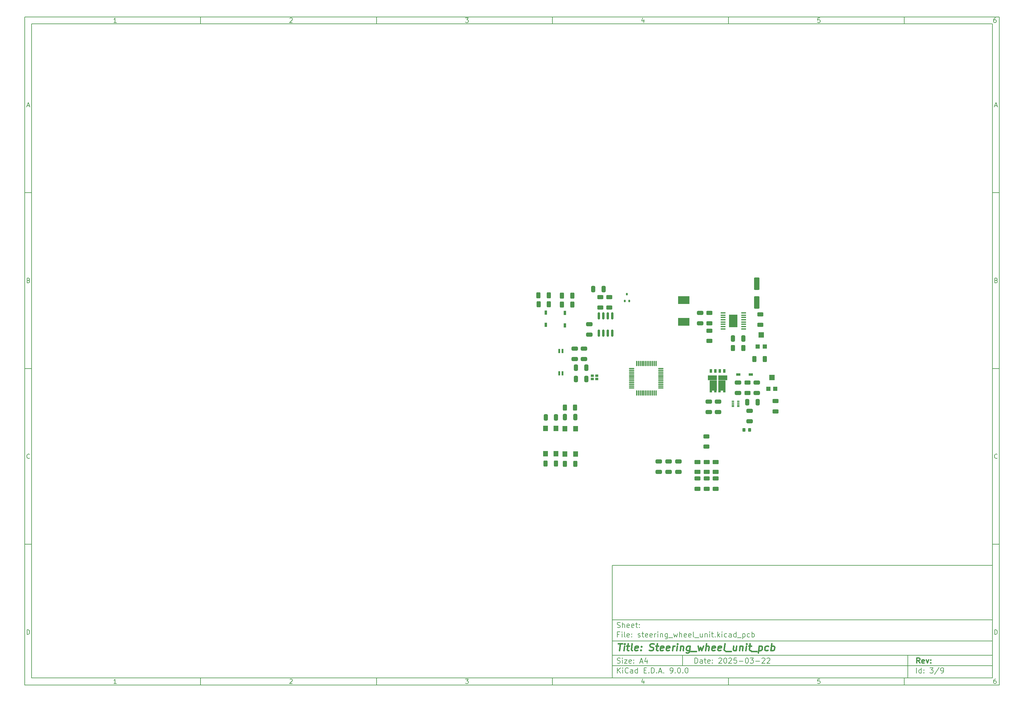
<source format=gbr>
%TF.GenerationSoftware,KiCad,Pcbnew,9.0.0*%
%TF.CreationDate,2025-04-02T22:26:08+02:00*%
%TF.ProjectId,steering_wheel_unit,73746565-7269-46e6-975f-776865656c5f,rev?*%
%TF.SameCoordinates,Original*%
%TF.FileFunction,Paste,Top*%
%TF.FilePolarity,Positive*%
%FSLAX46Y46*%
G04 Gerber Fmt 4.6, Leading zero omitted, Abs format (unit mm)*
G04 Created by KiCad (PCBNEW 9.0.0) date 2025-04-02 22:26:08*
%MOMM*%
%LPD*%
G01*
G04 APERTURE LIST*
G04 Aperture macros list*
%AMRoundRect*
0 Rectangle with rounded corners*
0 $1 Rounding radius*
0 $2 $3 $4 $5 $6 $7 $8 $9 X,Y pos of 4 corners*
0 Add a 4 corners polygon primitive as box body*
4,1,4,$2,$3,$4,$5,$6,$7,$8,$9,$2,$3,0*
0 Add four circle primitives for the rounded corners*
1,1,$1+$1,$2,$3*
1,1,$1+$1,$4,$5*
1,1,$1+$1,$6,$7*
1,1,$1+$1,$8,$9*
0 Add four rect primitives between the rounded corners*
20,1,$1+$1,$2,$3,$4,$5,0*
20,1,$1+$1,$4,$5,$6,$7,0*
20,1,$1+$1,$6,$7,$8,$9,0*
20,1,$1+$1,$8,$9,$2,$3,0*%
G04 Aperture macros list end*
%ADD10C,0.100000*%
%ADD11C,0.150000*%
%ADD12C,0.300000*%
%ADD13C,0.400000*%
%ADD14RoundRect,0.250000X0.650000X-0.325000X0.650000X0.325000X-0.650000X0.325000X-0.650000X-0.325000X0*%
%ADD15RoundRect,0.250000X-0.312500X-0.625000X0.312500X-0.625000X0.312500X0.625000X-0.312500X0.625000X0*%
%ADD16R,0.660000X0.320000*%
%ADD17RoundRect,0.250000X-0.650000X0.325000X-0.650000X-0.325000X0.650000X-0.325000X0.650000X0.325000X0*%
%ADD18RoundRect,0.250000X0.312500X0.625000X-0.312500X0.625000X-0.312500X-0.625000X0.312500X-0.625000X0*%
%ADD19R,1.400000X1.600000*%
%ADD20RoundRect,0.135000X0.315000X0.350000X-0.315000X0.350000X-0.315000X-0.350000X0.315000X-0.350000X0*%
%ADD21RoundRect,0.250000X0.625000X-0.375000X0.625000X0.375000X-0.625000X0.375000X-0.625000X-0.375000X0*%
%ADD22RoundRect,0.250000X-0.625000X0.312500X-0.625000X-0.312500X0.625000X-0.312500X0.625000X0.312500X0*%
%ADD23R,1.200000X1.200000*%
%ADD24R,1.600000X1.500000*%
%ADD25RoundRect,0.112500X-0.112500X-0.237500X0.112500X-0.237500X0.112500X0.237500X-0.112500X0.237500X0*%
%ADD26RoundRect,0.250000X-0.325000X-0.650000X0.325000X-0.650000X0.325000X0.650000X-0.325000X0.650000X0*%
%ADD27RoundRect,0.250000X0.325000X0.650000X-0.325000X0.650000X-0.325000X-0.650000X0.325000X-0.650000X0*%
%ADD28R,0.800000X1.150000*%
%ADD29R,1.475000X0.450000*%
%ADD30R,2.460000X3.550000*%
%ADD31R,0.875000X0.775000*%
%ADD32R,0.750000X1.000000*%
%ADD33R,0.750000X0.560000*%
%ADD34R,2.080000X2.880000*%
%ADD35R,2.575000X1.400000*%
%ADD36R,0.600000X1.200000*%
%ADD37R,1.150000X0.800000*%
%ADD38RoundRect,0.075000X-0.662500X-0.075000X0.662500X-0.075000X0.662500X0.075000X-0.662500X0.075000X0*%
%ADD39RoundRect,0.075000X-0.075000X-0.662500X0.075000X-0.662500X0.075000X0.662500X-0.075000X0.662500X0*%
%ADD40RoundRect,0.150000X0.150000X-0.825000X0.150000X0.825000X-0.150000X0.825000X-0.150000X-0.825000X0*%
%ADD41RoundRect,0.250000X0.550000X-1.500000X0.550000X1.500000X-0.550000X1.500000X-0.550000X-1.500000X0*%
%ADD42R,3.200400X2.173999*%
%ADD43RoundRect,0.250000X0.625000X-0.312500X0.625000X0.312500X-0.625000X0.312500X-0.625000X-0.312500X0*%
G04 APERTURE END LIST*
D10*
D11*
X177002200Y-166007200D02*
X285002200Y-166007200D01*
X285002200Y-198007200D01*
X177002200Y-198007200D01*
X177002200Y-166007200D01*
D10*
D11*
X10000000Y-10000000D02*
X287002200Y-10000000D01*
X287002200Y-200007200D01*
X10000000Y-200007200D01*
X10000000Y-10000000D01*
D10*
D11*
X12000000Y-12000000D02*
X285002200Y-12000000D01*
X285002200Y-198007200D01*
X12000000Y-198007200D01*
X12000000Y-12000000D01*
D10*
D11*
X60000000Y-12000000D02*
X60000000Y-10000000D01*
D10*
D11*
X110000000Y-12000000D02*
X110000000Y-10000000D01*
D10*
D11*
X160000000Y-12000000D02*
X160000000Y-10000000D01*
D10*
D11*
X210000000Y-12000000D02*
X210000000Y-10000000D01*
D10*
D11*
X260000000Y-12000000D02*
X260000000Y-10000000D01*
D10*
D11*
X36089160Y-11593604D02*
X35346303Y-11593604D01*
X35717731Y-11593604D02*
X35717731Y-10293604D01*
X35717731Y-10293604D02*
X35593922Y-10479319D01*
X35593922Y-10479319D02*
X35470112Y-10603128D01*
X35470112Y-10603128D02*
X35346303Y-10665033D01*
D10*
D11*
X85346303Y-10417414D02*
X85408207Y-10355509D01*
X85408207Y-10355509D02*
X85532017Y-10293604D01*
X85532017Y-10293604D02*
X85841541Y-10293604D01*
X85841541Y-10293604D02*
X85965350Y-10355509D01*
X85965350Y-10355509D02*
X86027255Y-10417414D01*
X86027255Y-10417414D02*
X86089160Y-10541223D01*
X86089160Y-10541223D02*
X86089160Y-10665033D01*
X86089160Y-10665033D02*
X86027255Y-10850747D01*
X86027255Y-10850747D02*
X85284398Y-11593604D01*
X85284398Y-11593604D02*
X86089160Y-11593604D01*
D10*
D11*
X135284398Y-10293604D02*
X136089160Y-10293604D01*
X136089160Y-10293604D02*
X135655826Y-10788842D01*
X135655826Y-10788842D02*
X135841541Y-10788842D01*
X135841541Y-10788842D02*
X135965350Y-10850747D01*
X135965350Y-10850747D02*
X136027255Y-10912652D01*
X136027255Y-10912652D02*
X136089160Y-11036461D01*
X136089160Y-11036461D02*
X136089160Y-11345985D01*
X136089160Y-11345985D02*
X136027255Y-11469795D01*
X136027255Y-11469795D02*
X135965350Y-11531700D01*
X135965350Y-11531700D02*
X135841541Y-11593604D01*
X135841541Y-11593604D02*
X135470112Y-11593604D01*
X135470112Y-11593604D02*
X135346303Y-11531700D01*
X135346303Y-11531700D02*
X135284398Y-11469795D01*
D10*
D11*
X185965350Y-10726938D02*
X185965350Y-11593604D01*
X185655826Y-10231700D02*
X185346303Y-11160271D01*
X185346303Y-11160271D02*
X186151064Y-11160271D01*
D10*
D11*
X236027255Y-10293604D02*
X235408207Y-10293604D01*
X235408207Y-10293604D02*
X235346303Y-10912652D01*
X235346303Y-10912652D02*
X235408207Y-10850747D01*
X235408207Y-10850747D02*
X235532017Y-10788842D01*
X235532017Y-10788842D02*
X235841541Y-10788842D01*
X235841541Y-10788842D02*
X235965350Y-10850747D01*
X235965350Y-10850747D02*
X236027255Y-10912652D01*
X236027255Y-10912652D02*
X236089160Y-11036461D01*
X236089160Y-11036461D02*
X236089160Y-11345985D01*
X236089160Y-11345985D02*
X236027255Y-11469795D01*
X236027255Y-11469795D02*
X235965350Y-11531700D01*
X235965350Y-11531700D02*
X235841541Y-11593604D01*
X235841541Y-11593604D02*
X235532017Y-11593604D01*
X235532017Y-11593604D02*
X235408207Y-11531700D01*
X235408207Y-11531700D02*
X235346303Y-11469795D01*
D10*
D11*
X285965350Y-10293604D02*
X285717731Y-10293604D01*
X285717731Y-10293604D02*
X285593922Y-10355509D01*
X285593922Y-10355509D02*
X285532017Y-10417414D01*
X285532017Y-10417414D02*
X285408207Y-10603128D01*
X285408207Y-10603128D02*
X285346303Y-10850747D01*
X285346303Y-10850747D02*
X285346303Y-11345985D01*
X285346303Y-11345985D02*
X285408207Y-11469795D01*
X285408207Y-11469795D02*
X285470112Y-11531700D01*
X285470112Y-11531700D02*
X285593922Y-11593604D01*
X285593922Y-11593604D02*
X285841541Y-11593604D01*
X285841541Y-11593604D02*
X285965350Y-11531700D01*
X285965350Y-11531700D02*
X286027255Y-11469795D01*
X286027255Y-11469795D02*
X286089160Y-11345985D01*
X286089160Y-11345985D02*
X286089160Y-11036461D01*
X286089160Y-11036461D02*
X286027255Y-10912652D01*
X286027255Y-10912652D02*
X285965350Y-10850747D01*
X285965350Y-10850747D02*
X285841541Y-10788842D01*
X285841541Y-10788842D02*
X285593922Y-10788842D01*
X285593922Y-10788842D02*
X285470112Y-10850747D01*
X285470112Y-10850747D02*
X285408207Y-10912652D01*
X285408207Y-10912652D02*
X285346303Y-11036461D01*
D10*
D11*
X60000000Y-198007200D02*
X60000000Y-200007200D01*
D10*
D11*
X110000000Y-198007200D02*
X110000000Y-200007200D01*
D10*
D11*
X160000000Y-198007200D02*
X160000000Y-200007200D01*
D10*
D11*
X210000000Y-198007200D02*
X210000000Y-200007200D01*
D10*
D11*
X260000000Y-198007200D02*
X260000000Y-200007200D01*
D10*
D11*
X36089160Y-199600804D02*
X35346303Y-199600804D01*
X35717731Y-199600804D02*
X35717731Y-198300804D01*
X35717731Y-198300804D02*
X35593922Y-198486519D01*
X35593922Y-198486519D02*
X35470112Y-198610328D01*
X35470112Y-198610328D02*
X35346303Y-198672233D01*
D10*
D11*
X85346303Y-198424614D02*
X85408207Y-198362709D01*
X85408207Y-198362709D02*
X85532017Y-198300804D01*
X85532017Y-198300804D02*
X85841541Y-198300804D01*
X85841541Y-198300804D02*
X85965350Y-198362709D01*
X85965350Y-198362709D02*
X86027255Y-198424614D01*
X86027255Y-198424614D02*
X86089160Y-198548423D01*
X86089160Y-198548423D02*
X86089160Y-198672233D01*
X86089160Y-198672233D02*
X86027255Y-198857947D01*
X86027255Y-198857947D02*
X85284398Y-199600804D01*
X85284398Y-199600804D02*
X86089160Y-199600804D01*
D10*
D11*
X135284398Y-198300804D02*
X136089160Y-198300804D01*
X136089160Y-198300804D02*
X135655826Y-198796042D01*
X135655826Y-198796042D02*
X135841541Y-198796042D01*
X135841541Y-198796042D02*
X135965350Y-198857947D01*
X135965350Y-198857947D02*
X136027255Y-198919852D01*
X136027255Y-198919852D02*
X136089160Y-199043661D01*
X136089160Y-199043661D02*
X136089160Y-199353185D01*
X136089160Y-199353185D02*
X136027255Y-199476995D01*
X136027255Y-199476995D02*
X135965350Y-199538900D01*
X135965350Y-199538900D02*
X135841541Y-199600804D01*
X135841541Y-199600804D02*
X135470112Y-199600804D01*
X135470112Y-199600804D02*
X135346303Y-199538900D01*
X135346303Y-199538900D02*
X135284398Y-199476995D01*
D10*
D11*
X185965350Y-198734138D02*
X185965350Y-199600804D01*
X185655826Y-198238900D02*
X185346303Y-199167471D01*
X185346303Y-199167471D02*
X186151064Y-199167471D01*
D10*
D11*
X236027255Y-198300804D02*
X235408207Y-198300804D01*
X235408207Y-198300804D02*
X235346303Y-198919852D01*
X235346303Y-198919852D02*
X235408207Y-198857947D01*
X235408207Y-198857947D02*
X235532017Y-198796042D01*
X235532017Y-198796042D02*
X235841541Y-198796042D01*
X235841541Y-198796042D02*
X235965350Y-198857947D01*
X235965350Y-198857947D02*
X236027255Y-198919852D01*
X236027255Y-198919852D02*
X236089160Y-199043661D01*
X236089160Y-199043661D02*
X236089160Y-199353185D01*
X236089160Y-199353185D02*
X236027255Y-199476995D01*
X236027255Y-199476995D02*
X235965350Y-199538900D01*
X235965350Y-199538900D02*
X235841541Y-199600804D01*
X235841541Y-199600804D02*
X235532017Y-199600804D01*
X235532017Y-199600804D02*
X235408207Y-199538900D01*
X235408207Y-199538900D02*
X235346303Y-199476995D01*
D10*
D11*
X285965350Y-198300804D02*
X285717731Y-198300804D01*
X285717731Y-198300804D02*
X285593922Y-198362709D01*
X285593922Y-198362709D02*
X285532017Y-198424614D01*
X285532017Y-198424614D02*
X285408207Y-198610328D01*
X285408207Y-198610328D02*
X285346303Y-198857947D01*
X285346303Y-198857947D02*
X285346303Y-199353185D01*
X285346303Y-199353185D02*
X285408207Y-199476995D01*
X285408207Y-199476995D02*
X285470112Y-199538900D01*
X285470112Y-199538900D02*
X285593922Y-199600804D01*
X285593922Y-199600804D02*
X285841541Y-199600804D01*
X285841541Y-199600804D02*
X285965350Y-199538900D01*
X285965350Y-199538900D02*
X286027255Y-199476995D01*
X286027255Y-199476995D02*
X286089160Y-199353185D01*
X286089160Y-199353185D02*
X286089160Y-199043661D01*
X286089160Y-199043661D02*
X286027255Y-198919852D01*
X286027255Y-198919852D02*
X285965350Y-198857947D01*
X285965350Y-198857947D02*
X285841541Y-198796042D01*
X285841541Y-198796042D02*
X285593922Y-198796042D01*
X285593922Y-198796042D02*
X285470112Y-198857947D01*
X285470112Y-198857947D02*
X285408207Y-198919852D01*
X285408207Y-198919852D02*
X285346303Y-199043661D01*
D10*
D11*
X10000000Y-60000000D02*
X12000000Y-60000000D01*
D10*
D11*
X10000000Y-110000000D02*
X12000000Y-110000000D01*
D10*
D11*
X10000000Y-160000000D02*
X12000000Y-160000000D01*
D10*
D11*
X10690476Y-35222176D02*
X11309523Y-35222176D01*
X10566666Y-35593604D02*
X10999999Y-34293604D01*
X10999999Y-34293604D02*
X11433333Y-35593604D01*
D10*
D11*
X11092857Y-84912652D02*
X11278571Y-84974557D01*
X11278571Y-84974557D02*
X11340476Y-85036461D01*
X11340476Y-85036461D02*
X11402380Y-85160271D01*
X11402380Y-85160271D02*
X11402380Y-85345985D01*
X11402380Y-85345985D02*
X11340476Y-85469795D01*
X11340476Y-85469795D02*
X11278571Y-85531700D01*
X11278571Y-85531700D02*
X11154761Y-85593604D01*
X11154761Y-85593604D02*
X10659523Y-85593604D01*
X10659523Y-85593604D02*
X10659523Y-84293604D01*
X10659523Y-84293604D02*
X11092857Y-84293604D01*
X11092857Y-84293604D02*
X11216666Y-84355509D01*
X11216666Y-84355509D02*
X11278571Y-84417414D01*
X11278571Y-84417414D02*
X11340476Y-84541223D01*
X11340476Y-84541223D02*
X11340476Y-84665033D01*
X11340476Y-84665033D02*
X11278571Y-84788842D01*
X11278571Y-84788842D02*
X11216666Y-84850747D01*
X11216666Y-84850747D02*
X11092857Y-84912652D01*
X11092857Y-84912652D02*
X10659523Y-84912652D01*
D10*
D11*
X11402380Y-135469795D02*
X11340476Y-135531700D01*
X11340476Y-135531700D02*
X11154761Y-135593604D01*
X11154761Y-135593604D02*
X11030952Y-135593604D01*
X11030952Y-135593604D02*
X10845238Y-135531700D01*
X10845238Y-135531700D02*
X10721428Y-135407890D01*
X10721428Y-135407890D02*
X10659523Y-135284080D01*
X10659523Y-135284080D02*
X10597619Y-135036461D01*
X10597619Y-135036461D02*
X10597619Y-134850747D01*
X10597619Y-134850747D02*
X10659523Y-134603128D01*
X10659523Y-134603128D02*
X10721428Y-134479319D01*
X10721428Y-134479319D02*
X10845238Y-134355509D01*
X10845238Y-134355509D02*
X11030952Y-134293604D01*
X11030952Y-134293604D02*
X11154761Y-134293604D01*
X11154761Y-134293604D02*
X11340476Y-134355509D01*
X11340476Y-134355509D02*
X11402380Y-134417414D01*
D10*
D11*
X10659523Y-185593604D02*
X10659523Y-184293604D01*
X10659523Y-184293604D02*
X10969047Y-184293604D01*
X10969047Y-184293604D02*
X11154761Y-184355509D01*
X11154761Y-184355509D02*
X11278571Y-184479319D01*
X11278571Y-184479319D02*
X11340476Y-184603128D01*
X11340476Y-184603128D02*
X11402380Y-184850747D01*
X11402380Y-184850747D02*
X11402380Y-185036461D01*
X11402380Y-185036461D02*
X11340476Y-185284080D01*
X11340476Y-185284080D02*
X11278571Y-185407890D01*
X11278571Y-185407890D02*
X11154761Y-185531700D01*
X11154761Y-185531700D02*
X10969047Y-185593604D01*
X10969047Y-185593604D02*
X10659523Y-185593604D01*
D10*
D11*
X287002200Y-60000000D02*
X285002200Y-60000000D01*
D10*
D11*
X287002200Y-110000000D02*
X285002200Y-110000000D01*
D10*
D11*
X287002200Y-160000000D02*
X285002200Y-160000000D01*
D10*
D11*
X285692676Y-35222176D02*
X286311723Y-35222176D01*
X285568866Y-35593604D02*
X286002199Y-34293604D01*
X286002199Y-34293604D02*
X286435533Y-35593604D01*
D10*
D11*
X286095057Y-84912652D02*
X286280771Y-84974557D01*
X286280771Y-84974557D02*
X286342676Y-85036461D01*
X286342676Y-85036461D02*
X286404580Y-85160271D01*
X286404580Y-85160271D02*
X286404580Y-85345985D01*
X286404580Y-85345985D02*
X286342676Y-85469795D01*
X286342676Y-85469795D02*
X286280771Y-85531700D01*
X286280771Y-85531700D02*
X286156961Y-85593604D01*
X286156961Y-85593604D02*
X285661723Y-85593604D01*
X285661723Y-85593604D02*
X285661723Y-84293604D01*
X285661723Y-84293604D02*
X286095057Y-84293604D01*
X286095057Y-84293604D02*
X286218866Y-84355509D01*
X286218866Y-84355509D02*
X286280771Y-84417414D01*
X286280771Y-84417414D02*
X286342676Y-84541223D01*
X286342676Y-84541223D02*
X286342676Y-84665033D01*
X286342676Y-84665033D02*
X286280771Y-84788842D01*
X286280771Y-84788842D02*
X286218866Y-84850747D01*
X286218866Y-84850747D02*
X286095057Y-84912652D01*
X286095057Y-84912652D02*
X285661723Y-84912652D01*
D10*
D11*
X286404580Y-135469795D02*
X286342676Y-135531700D01*
X286342676Y-135531700D02*
X286156961Y-135593604D01*
X286156961Y-135593604D02*
X286033152Y-135593604D01*
X286033152Y-135593604D02*
X285847438Y-135531700D01*
X285847438Y-135531700D02*
X285723628Y-135407890D01*
X285723628Y-135407890D02*
X285661723Y-135284080D01*
X285661723Y-135284080D02*
X285599819Y-135036461D01*
X285599819Y-135036461D02*
X285599819Y-134850747D01*
X285599819Y-134850747D02*
X285661723Y-134603128D01*
X285661723Y-134603128D02*
X285723628Y-134479319D01*
X285723628Y-134479319D02*
X285847438Y-134355509D01*
X285847438Y-134355509D02*
X286033152Y-134293604D01*
X286033152Y-134293604D02*
X286156961Y-134293604D01*
X286156961Y-134293604D02*
X286342676Y-134355509D01*
X286342676Y-134355509D02*
X286404580Y-134417414D01*
D10*
D11*
X285661723Y-185593604D02*
X285661723Y-184293604D01*
X285661723Y-184293604D02*
X285971247Y-184293604D01*
X285971247Y-184293604D02*
X286156961Y-184355509D01*
X286156961Y-184355509D02*
X286280771Y-184479319D01*
X286280771Y-184479319D02*
X286342676Y-184603128D01*
X286342676Y-184603128D02*
X286404580Y-184850747D01*
X286404580Y-184850747D02*
X286404580Y-185036461D01*
X286404580Y-185036461D02*
X286342676Y-185284080D01*
X286342676Y-185284080D02*
X286280771Y-185407890D01*
X286280771Y-185407890D02*
X286156961Y-185531700D01*
X286156961Y-185531700D02*
X285971247Y-185593604D01*
X285971247Y-185593604D02*
X285661723Y-185593604D01*
D10*
D11*
X200458026Y-193793328D02*
X200458026Y-192293328D01*
X200458026Y-192293328D02*
X200815169Y-192293328D01*
X200815169Y-192293328D02*
X201029455Y-192364757D01*
X201029455Y-192364757D02*
X201172312Y-192507614D01*
X201172312Y-192507614D02*
X201243741Y-192650471D01*
X201243741Y-192650471D02*
X201315169Y-192936185D01*
X201315169Y-192936185D02*
X201315169Y-193150471D01*
X201315169Y-193150471D02*
X201243741Y-193436185D01*
X201243741Y-193436185D02*
X201172312Y-193579042D01*
X201172312Y-193579042D02*
X201029455Y-193721900D01*
X201029455Y-193721900D02*
X200815169Y-193793328D01*
X200815169Y-193793328D02*
X200458026Y-193793328D01*
X202600884Y-193793328D02*
X202600884Y-193007614D01*
X202600884Y-193007614D02*
X202529455Y-192864757D01*
X202529455Y-192864757D02*
X202386598Y-192793328D01*
X202386598Y-192793328D02*
X202100884Y-192793328D01*
X202100884Y-192793328D02*
X201958026Y-192864757D01*
X202600884Y-193721900D02*
X202458026Y-193793328D01*
X202458026Y-193793328D02*
X202100884Y-193793328D01*
X202100884Y-193793328D02*
X201958026Y-193721900D01*
X201958026Y-193721900D02*
X201886598Y-193579042D01*
X201886598Y-193579042D02*
X201886598Y-193436185D01*
X201886598Y-193436185D02*
X201958026Y-193293328D01*
X201958026Y-193293328D02*
X202100884Y-193221900D01*
X202100884Y-193221900D02*
X202458026Y-193221900D01*
X202458026Y-193221900D02*
X202600884Y-193150471D01*
X203100884Y-192793328D02*
X203672312Y-192793328D01*
X203315169Y-192293328D02*
X203315169Y-193579042D01*
X203315169Y-193579042D02*
X203386598Y-193721900D01*
X203386598Y-193721900D02*
X203529455Y-193793328D01*
X203529455Y-193793328D02*
X203672312Y-193793328D01*
X204743741Y-193721900D02*
X204600884Y-193793328D01*
X204600884Y-193793328D02*
X204315170Y-193793328D01*
X204315170Y-193793328D02*
X204172312Y-193721900D01*
X204172312Y-193721900D02*
X204100884Y-193579042D01*
X204100884Y-193579042D02*
X204100884Y-193007614D01*
X204100884Y-193007614D02*
X204172312Y-192864757D01*
X204172312Y-192864757D02*
X204315170Y-192793328D01*
X204315170Y-192793328D02*
X204600884Y-192793328D01*
X204600884Y-192793328D02*
X204743741Y-192864757D01*
X204743741Y-192864757D02*
X204815170Y-193007614D01*
X204815170Y-193007614D02*
X204815170Y-193150471D01*
X204815170Y-193150471D02*
X204100884Y-193293328D01*
X205458026Y-193650471D02*
X205529455Y-193721900D01*
X205529455Y-193721900D02*
X205458026Y-193793328D01*
X205458026Y-193793328D02*
X205386598Y-193721900D01*
X205386598Y-193721900D02*
X205458026Y-193650471D01*
X205458026Y-193650471D02*
X205458026Y-193793328D01*
X205458026Y-192864757D02*
X205529455Y-192936185D01*
X205529455Y-192936185D02*
X205458026Y-193007614D01*
X205458026Y-193007614D02*
X205386598Y-192936185D01*
X205386598Y-192936185D02*
X205458026Y-192864757D01*
X205458026Y-192864757D02*
X205458026Y-193007614D01*
X207243741Y-192436185D02*
X207315169Y-192364757D01*
X207315169Y-192364757D02*
X207458027Y-192293328D01*
X207458027Y-192293328D02*
X207815169Y-192293328D01*
X207815169Y-192293328D02*
X207958027Y-192364757D01*
X207958027Y-192364757D02*
X208029455Y-192436185D01*
X208029455Y-192436185D02*
X208100884Y-192579042D01*
X208100884Y-192579042D02*
X208100884Y-192721900D01*
X208100884Y-192721900D02*
X208029455Y-192936185D01*
X208029455Y-192936185D02*
X207172312Y-193793328D01*
X207172312Y-193793328D02*
X208100884Y-193793328D01*
X209029455Y-192293328D02*
X209172312Y-192293328D01*
X209172312Y-192293328D02*
X209315169Y-192364757D01*
X209315169Y-192364757D02*
X209386598Y-192436185D01*
X209386598Y-192436185D02*
X209458026Y-192579042D01*
X209458026Y-192579042D02*
X209529455Y-192864757D01*
X209529455Y-192864757D02*
X209529455Y-193221900D01*
X209529455Y-193221900D02*
X209458026Y-193507614D01*
X209458026Y-193507614D02*
X209386598Y-193650471D01*
X209386598Y-193650471D02*
X209315169Y-193721900D01*
X209315169Y-193721900D02*
X209172312Y-193793328D01*
X209172312Y-193793328D02*
X209029455Y-193793328D01*
X209029455Y-193793328D02*
X208886598Y-193721900D01*
X208886598Y-193721900D02*
X208815169Y-193650471D01*
X208815169Y-193650471D02*
X208743740Y-193507614D01*
X208743740Y-193507614D02*
X208672312Y-193221900D01*
X208672312Y-193221900D02*
X208672312Y-192864757D01*
X208672312Y-192864757D02*
X208743740Y-192579042D01*
X208743740Y-192579042D02*
X208815169Y-192436185D01*
X208815169Y-192436185D02*
X208886598Y-192364757D01*
X208886598Y-192364757D02*
X209029455Y-192293328D01*
X210100883Y-192436185D02*
X210172311Y-192364757D01*
X210172311Y-192364757D02*
X210315169Y-192293328D01*
X210315169Y-192293328D02*
X210672311Y-192293328D01*
X210672311Y-192293328D02*
X210815169Y-192364757D01*
X210815169Y-192364757D02*
X210886597Y-192436185D01*
X210886597Y-192436185D02*
X210958026Y-192579042D01*
X210958026Y-192579042D02*
X210958026Y-192721900D01*
X210958026Y-192721900D02*
X210886597Y-192936185D01*
X210886597Y-192936185D02*
X210029454Y-193793328D01*
X210029454Y-193793328D02*
X210958026Y-193793328D01*
X212315168Y-192293328D02*
X211600882Y-192293328D01*
X211600882Y-192293328D02*
X211529454Y-193007614D01*
X211529454Y-193007614D02*
X211600882Y-192936185D01*
X211600882Y-192936185D02*
X211743740Y-192864757D01*
X211743740Y-192864757D02*
X212100882Y-192864757D01*
X212100882Y-192864757D02*
X212243740Y-192936185D01*
X212243740Y-192936185D02*
X212315168Y-193007614D01*
X212315168Y-193007614D02*
X212386597Y-193150471D01*
X212386597Y-193150471D02*
X212386597Y-193507614D01*
X212386597Y-193507614D02*
X212315168Y-193650471D01*
X212315168Y-193650471D02*
X212243740Y-193721900D01*
X212243740Y-193721900D02*
X212100882Y-193793328D01*
X212100882Y-193793328D02*
X211743740Y-193793328D01*
X211743740Y-193793328D02*
X211600882Y-193721900D01*
X211600882Y-193721900D02*
X211529454Y-193650471D01*
X213029453Y-193221900D02*
X214172311Y-193221900D01*
X215172311Y-192293328D02*
X215315168Y-192293328D01*
X215315168Y-192293328D02*
X215458025Y-192364757D01*
X215458025Y-192364757D02*
X215529454Y-192436185D01*
X215529454Y-192436185D02*
X215600882Y-192579042D01*
X215600882Y-192579042D02*
X215672311Y-192864757D01*
X215672311Y-192864757D02*
X215672311Y-193221900D01*
X215672311Y-193221900D02*
X215600882Y-193507614D01*
X215600882Y-193507614D02*
X215529454Y-193650471D01*
X215529454Y-193650471D02*
X215458025Y-193721900D01*
X215458025Y-193721900D02*
X215315168Y-193793328D01*
X215315168Y-193793328D02*
X215172311Y-193793328D01*
X215172311Y-193793328D02*
X215029454Y-193721900D01*
X215029454Y-193721900D02*
X214958025Y-193650471D01*
X214958025Y-193650471D02*
X214886596Y-193507614D01*
X214886596Y-193507614D02*
X214815168Y-193221900D01*
X214815168Y-193221900D02*
X214815168Y-192864757D01*
X214815168Y-192864757D02*
X214886596Y-192579042D01*
X214886596Y-192579042D02*
X214958025Y-192436185D01*
X214958025Y-192436185D02*
X215029454Y-192364757D01*
X215029454Y-192364757D02*
X215172311Y-192293328D01*
X216172310Y-192293328D02*
X217100882Y-192293328D01*
X217100882Y-192293328D02*
X216600882Y-192864757D01*
X216600882Y-192864757D02*
X216815167Y-192864757D01*
X216815167Y-192864757D02*
X216958025Y-192936185D01*
X216958025Y-192936185D02*
X217029453Y-193007614D01*
X217029453Y-193007614D02*
X217100882Y-193150471D01*
X217100882Y-193150471D02*
X217100882Y-193507614D01*
X217100882Y-193507614D02*
X217029453Y-193650471D01*
X217029453Y-193650471D02*
X216958025Y-193721900D01*
X216958025Y-193721900D02*
X216815167Y-193793328D01*
X216815167Y-193793328D02*
X216386596Y-193793328D01*
X216386596Y-193793328D02*
X216243739Y-193721900D01*
X216243739Y-193721900D02*
X216172310Y-193650471D01*
X217743738Y-193221900D02*
X218886596Y-193221900D01*
X219529453Y-192436185D02*
X219600881Y-192364757D01*
X219600881Y-192364757D02*
X219743739Y-192293328D01*
X219743739Y-192293328D02*
X220100881Y-192293328D01*
X220100881Y-192293328D02*
X220243739Y-192364757D01*
X220243739Y-192364757D02*
X220315167Y-192436185D01*
X220315167Y-192436185D02*
X220386596Y-192579042D01*
X220386596Y-192579042D02*
X220386596Y-192721900D01*
X220386596Y-192721900D02*
X220315167Y-192936185D01*
X220315167Y-192936185D02*
X219458024Y-193793328D01*
X219458024Y-193793328D02*
X220386596Y-193793328D01*
X220958024Y-192436185D02*
X221029452Y-192364757D01*
X221029452Y-192364757D02*
X221172310Y-192293328D01*
X221172310Y-192293328D02*
X221529452Y-192293328D01*
X221529452Y-192293328D02*
X221672310Y-192364757D01*
X221672310Y-192364757D02*
X221743738Y-192436185D01*
X221743738Y-192436185D02*
X221815167Y-192579042D01*
X221815167Y-192579042D02*
X221815167Y-192721900D01*
X221815167Y-192721900D02*
X221743738Y-192936185D01*
X221743738Y-192936185D02*
X220886595Y-193793328D01*
X220886595Y-193793328D02*
X221815167Y-193793328D01*
D10*
D11*
X177002200Y-194507200D02*
X285002200Y-194507200D01*
D10*
D11*
X178458026Y-196593328D02*
X178458026Y-195093328D01*
X179315169Y-196593328D02*
X178672312Y-195736185D01*
X179315169Y-195093328D02*
X178458026Y-195950471D01*
X179958026Y-196593328D02*
X179958026Y-195593328D01*
X179958026Y-195093328D02*
X179886598Y-195164757D01*
X179886598Y-195164757D02*
X179958026Y-195236185D01*
X179958026Y-195236185D02*
X180029455Y-195164757D01*
X180029455Y-195164757D02*
X179958026Y-195093328D01*
X179958026Y-195093328D02*
X179958026Y-195236185D01*
X181529455Y-196450471D02*
X181458027Y-196521900D01*
X181458027Y-196521900D02*
X181243741Y-196593328D01*
X181243741Y-196593328D02*
X181100884Y-196593328D01*
X181100884Y-196593328D02*
X180886598Y-196521900D01*
X180886598Y-196521900D02*
X180743741Y-196379042D01*
X180743741Y-196379042D02*
X180672312Y-196236185D01*
X180672312Y-196236185D02*
X180600884Y-195950471D01*
X180600884Y-195950471D02*
X180600884Y-195736185D01*
X180600884Y-195736185D02*
X180672312Y-195450471D01*
X180672312Y-195450471D02*
X180743741Y-195307614D01*
X180743741Y-195307614D02*
X180886598Y-195164757D01*
X180886598Y-195164757D02*
X181100884Y-195093328D01*
X181100884Y-195093328D02*
X181243741Y-195093328D01*
X181243741Y-195093328D02*
X181458027Y-195164757D01*
X181458027Y-195164757D02*
X181529455Y-195236185D01*
X182815170Y-196593328D02*
X182815170Y-195807614D01*
X182815170Y-195807614D02*
X182743741Y-195664757D01*
X182743741Y-195664757D02*
X182600884Y-195593328D01*
X182600884Y-195593328D02*
X182315170Y-195593328D01*
X182315170Y-195593328D02*
X182172312Y-195664757D01*
X182815170Y-196521900D02*
X182672312Y-196593328D01*
X182672312Y-196593328D02*
X182315170Y-196593328D01*
X182315170Y-196593328D02*
X182172312Y-196521900D01*
X182172312Y-196521900D02*
X182100884Y-196379042D01*
X182100884Y-196379042D02*
X182100884Y-196236185D01*
X182100884Y-196236185D02*
X182172312Y-196093328D01*
X182172312Y-196093328D02*
X182315170Y-196021900D01*
X182315170Y-196021900D02*
X182672312Y-196021900D01*
X182672312Y-196021900D02*
X182815170Y-195950471D01*
X184172313Y-196593328D02*
X184172313Y-195093328D01*
X184172313Y-196521900D02*
X184029455Y-196593328D01*
X184029455Y-196593328D02*
X183743741Y-196593328D01*
X183743741Y-196593328D02*
X183600884Y-196521900D01*
X183600884Y-196521900D02*
X183529455Y-196450471D01*
X183529455Y-196450471D02*
X183458027Y-196307614D01*
X183458027Y-196307614D02*
X183458027Y-195879042D01*
X183458027Y-195879042D02*
X183529455Y-195736185D01*
X183529455Y-195736185D02*
X183600884Y-195664757D01*
X183600884Y-195664757D02*
X183743741Y-195593328D01*
X183743741Y-195593328D02*
X184029455Y-195593328D01*
X184029455Y-195593328D02*
X184172313Y-195664757D01*
X186029455Y-195807614D02*
X186529455Y-195807614D01*
X186743741Y-196593328D02*
X186029455Y-196593328D01*
X186029455Y-196593328D02*
X186029455Y-195093328D01*
X186029455Y-195093328D02*
X186743741Y-195093328D01*
X187386598Y-196450471D02*
X187458027Y-196521900D01*
X187458027Y-196521900D02*
X187386598Y-196593328D01*
X187386598Y-196593328D02*
X187315170Y-196521900D01*
X187315170Y-196521900D02*
X187386598Y-196450471D01*
X187386598Y-196450471D02*
X187386598Y-196593328D01*
X188100884Y-196593328D02*
X188100884Y-195093328D01*
X188100884Y-195093328D02*
X188458027Y-195093328D01*
X188458027Y-195093328D02*
X188672313Y-195164757D01*
X188672313Y-195164757D02*
X188815170Y-195307614D01*
X188815170Y-195307614D02*
X188886599Y-195450471D01*
X188886599Y-195450471D02*
X188958027Y-195736185D01*
X188958027Y-195736185D02*
X188958027Y-195950471D01*
X188958027Y-195950471D02*
X188886599Y-196236185D01*
X188886599Y-196236185D02*
X188815170Y-196379042D01*
X188815170Y-196379042D02*
X188672313Y-196521900D01*
X188672313Y-196521900D02*
X188458027Y-196593328D01*
X188458027Y-196593328D02*
X188100884Y-196593328D01*
X189600884Y-196450471D02*
X189672313Y-196521900D01*
X189672313Y-196521900D02*
X189600884Y-196593328D01*
X189600884Y-196593328D02*
X189529456Y-196521900D01*
X189529456Y-196521900D02*
X189600884Y-196450471D01*
X189600884Y-196450471D02*
X189600884Y-196593328D01*
X190243742Y-196164757D02*
X190958028Y-196164757D01*
X190100885Y-196593328D02*
X190600885Y-195093328D01*
X190600885Y-195093328D02*
X191100885Y-196593328D01*
X191600884Y-196450471D02*
X191672313Y-196521900D01*
X191672313Y-196521900D02*
X191600884Y-196593328D01*
X191600884Y-196593328D02*
X191529456Y-196521900D01*
X191529456Y-196521900D02*
X191600884Y-196450471D01*
X191600884Y-196450471D02*
X191600884Y-196593328D01*
X193529456Y-196593328D02*
X193815170Y-196593328D01*
X193815170Y-196593328D02*
X193958027Y-196521900D01*
X193958027Y-196521900D02*
X194029456Y-196450471D01*
X194029456Y-196450471D02*
X194172313Y-196236185D01*
X194172313Y-196236185D02*
X194243742Y-195950471D01*
X194243742Y-195950471D02*
X194243742Y-195379042D01*
X194243742Y-195379042D02*
X194172313Y-195236185D01*
X194172313Y-195236185D02*
X194100885Y-195164757D01*
X194100885Y-195164757D02*
X193958027Y-195093328D01*
X193958027Y-195093328D02*
X193672313Y-195093328D01*
X193672313Y-195093328D02*
X193529456Y-195164757D01*
X193529456Y-195164757D02*
X193458027Y-195236185D01*
X193458027Y-195236185D02*
X193386599Y-195379042D01*
X193386599Y-195379042D02*
X193386599Y-195736185D01*
X193386599Y-195736185D02*
X193458027Y-195879042D01*
X193458027Y-195879042D02*
X193529456Y-195950471D01*
X193529456Y-195950471D02*
X193672313Y-196021900D01*
X193672313Y-196021900D02*
X193958027Y-196021900D01*
X193958027Y-196021900D02*
X194100885Y-195950471D01*
X194100885Y-195950471D02*
X194172313Y-195879042D01*
X194172313Y-195879042D02*
X194243742Y-195736185D01*
X194886598Y-196450471D02*
X194958027Y-196521900D01*
X194958027Y-196521900D02*
X194886598Y-196593328D01*
X194886598Y-196593328D02*
X194815170Y-196521900D01*
X194815170Y-196521900D02*
X194886598Y-196450471D01*
X194886598Y-196450471D02*
X194886598Y-196593328D01*
X195886599Y-195093328D02*
X196029456Y-195093328D01*
X196029456Y-195093328D02*
X196172313Y-195164757D01*
X196172313Y-195164757D02*
X196243742Y-195236185D01*
X196243742Y-195236185D02*
X196315170Y-195379042D01*
X196315170Y-195379042D02*
X196386599Y-195664757D01*
X196386599Y-195664757D02*
X196386599Y-196021900D01*
X196386599Y-196021900D02*
X196315170Y-196307614D01*
X196315170Y-196307614D02*
X196243742Y-196450471D01*
X196243742Y-196450471D02*
X196172313Y-196521900D01*
X196172313Y-196521900D02*
X196029456Y-196593328D01*
X196029456Y-196593328D02*
X195886599Y-196593328D01*
X195886599Y-196593328D02*
X195743742Y-196521900D01*
X195743742Y-196521900D02*
X195672313Y-196450471D01*
X195672313Y-196450471D02*
X195600884Y-196307614D01*
X195600884Y-196307614D02*
X195529456Y-196021900D01*
X195529456Y-196021900D02*
X195529456Y-195664757D01*
X195529456Y-195664757D02*
X195600884Y-195379042D01*
X195600884Y-195379042D02*
X195672313Y-195236185D01*
X195672313Y-195236185D02*
X195743742Y-195164757D01*
X195743742Y-195164757D02*
X195886599Y-195093328D01*
X197029455Y-196450471D02*
X197100884Y-196521900D01*
X197100884Y-196521900D02*
X197029455Y-196593328D01*
X197029455Y-196593328D02*
X196958027Y-196521900D01*
X196958027Y-196521900D02*
X197029455Y-196450471D01*
X197029455Y-196450471D02*
X197029455Y-196593328D01*
X198029456Y-195093328D02*
X198172313Y-195093328D01*
X198172313Y-195093328D02*
X198315170Y-195164757D01*
X198315170Y-195164757D02*
X198386599Y-195236185D01*
X198386599Y-195236185D02*
X198458027Y-195379042D01*
X198458027Y-195379042D02*
X198529456Y-195664757D01*
X198529456Y-195664757D02*
X198529456Y-196021900D01*
X198529456Y-196021900D02*
X198458027Y-196307614D01*
X198458027Y-196307614D02*
X198386599Y-196450471D01*
X198386599Y-196450471D02*
X198315170Y-196521900D01*
X198315170Y-196521900D02*
X198172313Y-196593328D01*
X198172313Y-196593328D02*
X198029456Y-196593328D01*
X198029456Y-196593328D02*
X197886599Y-196521900D01*
X197886599Y-196521900D02*
X197815170Y-196450471D01*
X197815170Y-196450471D02*
X197743741Y-196307614D01*
X197743741Y-196307614D02*
X197672313Y-196021900D01*
X197672313Y-196021900D02*
X197672313Y-195664757D01*
X197672313Y-195664757D02*
X197743741Y-195379042D01*
X197743741Y-195379042D02*
X197815170Y-195236185D01*
X197815170Y-195236185D02*
X197886599Y-195164757D01*
X197886599Y-195164757D02*
X198029456Y-195093328D01*
D10*
D11*
X177002200Y-191507200D02*
X285002200Y-191507200D01*
D10*
D12*
X264413853Y-193785528D02*
X263913853Y-193071242D01*
X263556710Y-193785528D02*
X263556710Y-192285528D01*
X263556710Y-192285528D02*
X264128139Y-192285528D01*
X264128139Y-192285528D02*
X264270996Y-192356957D01*
X264270996Y-192356957D02*
X264342425Y-192428385D01*
X264342425Y-192428385D02*
X264413853Y-192571242D01*
X264413853Y-192571242D02*
X264413853Y-192785528D01*
X264413853Y-192785528D02*
X264342425Y-192928385D01*
X264342425Y-192928385D02*
X264270996Y-192999814D01*
X264270996Y-192999814D02*
X264128139Y-193071242D01*
X264128139Y-193071242D02*
X263556710Y-193071242D01*
X265628139Y-193714100D02*
X265485282Y-193785528D01*
X265485282Y-193785528D02*
X265199568Y-193785528D01*
X265199568Y-193785528D02*
X265056710Y-193714100D01*
X265056710Y-193714100D02*
X264985282Y-193571242D01*
X264985282Y-193571242D02*
X264985282Y-192999814D01*
X264985282Y-192999814D02*
X265056710Y-192856957D01*
X265056710Y-192856957D02*
X265199568Y-192785528D01*
X265199568Y-192785528D02*
X265485282Y-192785528D01*
X265485282Y-192785528D02*
X265628139Y-192856957D01*
X265628139Y-192856957D02*
X265699568Y-192999814D01*
X265699568Y-192999814D02*
X265699568Y-193142671D01*
X265699568Y-193142671D02*
X264985282Y-193285528D01*
X266199567Y-192785528D02*
X266556710Y-193785528D01*
X266556710Y-193785528D02*
X266913853Y-192785528D01*
X267485281Y-193642671D02*
X267556710Y-193714100D01*
X267556710Y-193714100D02*
X267485281Y-193785528D01*
X267485281Y-193785528D02*
X267413853Y-193714100D01*
X267413853Y-193714100D02*
X267485281Y-193642671D01*
X267485281Y-193642671D02*
X267485281Y-193785528D01*
X267485281Y-192856957D02*
X267556710Y-192928385D01*
X267556710Y-192928385D02*
X267485281Y-192999814D01*
X267485281Y-192999814D02*
X267413853Y-192928385D01*
X267413853Y-192928385D02*
X267485281Y-192856957D01*
X267485281Y-192856957D02*
X267485281Y-192999814D01*
D10*
D11*
X178386598Y-193721900D02*
X178600884Y-193793328D01*
X178600884Y-193793328D02*
X178958026Y-193793328D01*
X178958026Y-193793328D02*
X179100884Y-193721900D01*
X179100884Y-193721900D02*
X179172312Y-193650471D01*
X179172312Y-193650471D02*
X179243741Y-193507614D01*
X179243741Y-193507614D02*
X179243741Y-193364757D01*
X179243741Y-193364757D02*
X179172312Y-193221900D01*
X179172312Y-193221900D02*
X179100884Y-193150471D01*
X179100884Y-193150471D02*
X178958026Y-193079042D01*
X178958026Y-193079042D02*
X178672312Y-193007614D01*
X178672312Y-193007614D02*
X178529455Y-192936185D01*
X178529455Y-192936185D02*
X178458026Y-192864757D01*
X178458026Y-192864757D02*
X178386598Y-192721900D01*
X178386598Y-192721900D02*
X178386598Y-192579042D01*
X178386598Y-192579042D02*
X178458026Y-192436185D01*
X178458026Y-192436185D02*
X178529455Y-192364757D01*
X178529455Y-192364757D02*
X178672312Y-192293328D01*
X178672312Y-192293328D02*
X179029455Y-192293328D01*
X179029455Y-192293328D02*
X179243741Y-192364757D01*
X179886597Y-193793328D02*
X179886597Y-192793328D01*
X179886597Y-192293328D02*
X179815169Y-192364757D01*
X179815169Y-192364757D02*
X179886597Y-192436185D01*
X179886597Y-192436185D02*
X179958026Y-192364757D01*
X179958026Y-192364757D02*
X179886597Y-192293328D01*
X179886597Y-192293328D02*
X179886597Y-192436185D01*
X180458026Y-192793328D02*
X181243741Y-192793328D01*
X181243741Y-192793328D02*
X180458026Y-193793328D01*
X180458026Y-193793328D02*
X181243741Y-193793328D01*
X182386598Y-193721900D02*
X182243741Y-193793328D01*
X182243741Y-193793328D02*
X181958027Y-193793328D01*
X181958027Y-193793328D02*
X181815169Y-193721900D01*
X181815169Y-193721900D02*
X181743741Y-193579042D01*
X181743741Y-193579042D02*
X181743741Y-193007614D01*
X181743741Y-193007614D02*
X181815169Y-192864757D01*
X181815169Y-192864757D02*
X181958027Y-192793328D01*
X181958027Y-192793328D02*
X182243741Y-192793328D01*
X182243741Y-192793328D02*
X182386598Y-192864757D01*
X182386598Y-192864757D02*
X182458027Y-193007614D01*
X182458027Y-193007614D02*
X182458027Y-193150471D01*
X182458027Y-193150471D02*
X181743741Y-193293328D01*
X183100883Y-193650471D02*
X183172312Y-193721900D01*
X183172312Y-193721900D02*
X183100883Y-193793328D01*
X183100883Y-193793328D02*
X183029455Y-193721900D01*
X183029455Y-193721900D02*
X183100883Y-193650471D01*
X183100883Y-193650471D02*
X183100883Y-193793328D01*
X183100883Y-192864757D02*
X183172312Y-192936185D01*
X183172312Y-192936185D02*
X183100883Y-193007614D01*
X183100883Y-193007614D02*
X183029455Y-192936185D01*
X183029455Y-192936185D02*
X183100883Y-192864757D01*
X183100883Y-192864757D02*
X183100883Y-193007614D01*
X184886598Y-193364757D02*
X185600884Y-193364757D01*
X184743741Y-193793328D02*
X185243741Y-192293328D01*
X185243741Y-192293328D02*
X185743741Y-193793328D01*
X186886598Y-192793328D02*
X186886598Y-193793328D01*
X186529455Y-192221900D02*
X186172312Y-193293328D01*
X186172312Y-193293328D02*
X187100883Y-193293328D01*
D10*
D11*
X263458026Y-196593328D02*
X263458026Y-195093328D01*
X264815170Y-196593328D02*
X264815170Y-195093328D01*
X264815170Y-196521900D02*
X264672312Y-196593328D01*
X264672312Y-196593328D02*
X264386598Y-196593328D01*
X264386598Y-196593328D02*
X264243741Y-196521900D01*
X264243741Y-196521900D02*
X264172312Y-196450471D01*
X264172312Y-196450471D02*
X264100884Y-196307614D01*
X264100884Y-196307614D02*
X264100884Y-195879042D01*
X264100884Y-195879042D02*
X264172312Y-195736185D01*
X264172312Y-195736185D02*
X264243741Y-195664757D01*
X264243741Y-195664757D02*
X264386598Y-195593328D01*
X264386598Y-195593328D02*
X264672312Y-195593328D01*
X264672312Y-195593328D02*
X264815170Y-195664757D01*
X265529455Y-196450471D02*
X265600884Y-196521900D01*
X265600884Y-196521900D02*
X265529455Y-196593328D01*
X265529455Y-196593328D02*
X265458027Y-196521900D01*
X265458027Y-196521900D02*
X265529455Y-196450471D01*
X265529455Y-196450471D02*
X265529455Y-196593328D01*
X265529455Y-195664757D02*
X265600884Y-195736185D01*
X265600884Y-195736185D02*
X265529455Y-195807614D01*
X265529455Y-195807614D02*
X265458027Y-195736185D01*
X265458027Y-195736185D02*
X265529455Y-195664757D01*
X265529455Y-195664757D02*
X265529455Y-195807614D01*
X267243741Y-195093328D02*
X268172313Y-195093328D01*
X268172313Y-195093328D02*
X267672313Y-195664757D01*
X267672313Y-195664757D02*
X267886598Y-195664757D01*
X267886598Y-195664757D02*
X268029456Y-195736185D01*
X268029456Y-195736185D02*
X268100884Y-195807614D01*
X268100884Y-195807614D02*
X268172313Y-195950471D01*
X268172313Y-195950471D02*
X268172313Y-196307614D01*
X268172313Y-196307614D02*
X268100884Y-196450471D01*
X268100884Y-196450471D02*
X268029456Y-196521900D01*
X268029456Y-196521900D02*
X267886598Y-196593328D01*
X267886598Y-196593328D02*
X267458027Y-196593328D01*
X267458027Y-196593328D02*
X267315170Y-196521900D01*
X267315170Y-196521900D02*
X267243741Y-196450471D01*
X269886598Y-195021900D02*
X268600884Y-196950471D01*
X270458027Y-196593328D02*
X270743741Y-196593328D01*
X270743741Y-196593328D02*
X270886598Y-196521900D01*
X270886598Y-196521900D02*
X270958027Y-196450471D01*
X270958027Y-196450471D02*
X271100884Y-196236185D01*
X271100884Y-196236185D02*
X271172313Y-195950471D01*
X271172313Y-195950471D02*
X271172313Y-195379042D01*
X271172313Y-195379042D02*
X271100884Y-195236185D01*
X271100884Y-195236185D02*
X271029456Y-195164757D01*
X271029456Y-195164757D02*
X270886598Y-195093328D01*
X270886598Y-195093328D02*
X270600884Y-195093328D01*
X270600884Y-195093328D02*
X270458027Y-195164757D01*
X270458027Y-195164757D02*
X270386598Y-195236185D01*
X270386598Y-195236185D02*
X270315170Y-195379042D01*
X270315170Y-195379042D02*
X270315170Y-195736185D01*
X270315170Y-195736185D02*
X270386598Y-195879042D01*
X270386598Y-195879042D02*
X270458027Y-195950471D01*
X270458027Y-195950471D02*
X270600884Y-196021900D01*
X270600884Y-196021900D02*
X270886598Y-196021900D01*
X270886598Y-196021900D02*
X271029456Y-195950471D01*
X271029456Y-195950471D02*
X271100884Y-195879042D01*
X271100884Y-195879042D02*
X271172313Y-195736185D01*
D10*
D11*
X177002200Y-187507200D02*
X285002200Y-187507200D01*
D10*
D13*
X178693928Y-188211638D02*
X179836785Y-188211638D01*
X179015357Y-190211638D02*
X179265357Y-188211638D01*
X180253452Y-190211638D02*
X180420119Y-188878304D01*
X180503452Y-188211638D02*
X180396309Y-188306876D01*
X180396309Y-188306876D02*
X180479643Y-188402114D01*
X180479643Y-188402114D02*
X180586786Y-188306876D01*
X180586786Y-188306876D02*
X180503452Y-188211638D01*
X180503452Y-188211638D02*
X180479643Y-188402114D01*
X181086786Y-188878304D02*
X181848690Y-188878304D01*
X181455833Y-188211638D02*
X181241548Y-189925923D01*
X181241548Y-189925923D02*
X181312976Y-190116400D01*
X181312976Y-190116400D02*
X181491548Y-190211638D01*
X181491548Y-190211638D02*
X181682024Y-190211638D01*
X182634405Y-190211638D02*
X182455833Y-190116400D01*
X182455833Y-190116400D02*
X182384405Y-189925923D01*
X182384405Y-189925923D02*
X182598690Y-188211638D01*
X184170119Y-190116400D02*
X183967738Y-190211638D01*
X183967738Y-190211638D02*
X183586785Y-190211638D01*
X183586785Y-190211638D02*
X183408214Y-190116400D01*
X183408214Y-190116400D02*
X183336785Y-189925923D01*
X183336785Y-189925923D02*
X183432024Y-189164019D01*
X183432024Y-189164019D02*
X183551071Y-188973542D01*
X183551071Y-188973542D02*
X183753452Y-188878304D01*
X183753452Y-188878304D02*
X184134404Y-188878304D01*
X184134404Y-188878304D02*
X184312976Y-188973542D01*
X184312976Y-188973542D02*
X184384404Y-189164019D01*
X184384404Y-189164019D02*
X184360595Y-189354495D01*
X184360595Y-189354495D02*
X183384404Y-189544971D01*
X185134405Y-190021161D02*
X185217738Y-190116400D01*
X185217738Y-190116400D02*
X185110595Y-190211638D01*
X185110595Y-190211638D02*
X185027262Y-190116400D01*
X185027262Y-190116400D02*
X185134405Y-190021161D01*
X185134405Y-190021161D02*
X185110595Y-190211638D01*
X185265357Y-188973542D02*
X185348690Y-189068780D01*
X185348690Y-189068780D02*
X185241548Y-189164019D01*
X185241548Y-189164019D02*
X185158214Y-189068780D01*
X185158214Y-189068780D02*
X185265357Y-188973542D01*
X185265357Y-188973542D02*
X185241548Y-189164019D01*
X187503453Y-190116400D02*
X187777262Y-190211638D01*
X187777262Y-190211638D02*
X188253453Y-190211638D01*
X188253453Y-190211638D02*
X188455834Y-190116400D01*
X188455834Y-190116400D02*
X188562977Y-190021161D01*
X188562977Y-190021161D02*
X188682024Y-189830685D01*
X188682024Y-189830685D02*
X188705834Y-189640209D01*
X188705834Y-189640209D02*
X188634405Y-189449733D01*
X188634405Y-189449733D02*
X188551072Y-189354495D01*
X188551072Y-189354495D02*
X188372501Y-189259257D01*
X188372501Y-189259257D02*
X188003453Y-189164019D01*
X188003453Y-189164019D02*
X187824881Y-189068780D01*
X187824881Y-189068780D02*
X187741548Y-188973542D01*
X187741548Y-188973542D02*
X187670120Y-188783066D01*
X187670120Y-188783066D02*
X187693929Y-188592590D01*
X187693929Y-188592590D02*
X187812977Y-188402114D01*
X187812977Y-188402114D02*
X187920120Y-188306876D01*
X187920120Y-188306876D02*
X188122501Y-188211638D01*
X188122501Y-188211638D02*
X188598691Y-188211638D01*
X188598691Y-188211638D02*
X188872501Y-188306876D01*
X189372501Y-188878304D02*
X190134405Y-188878304D01*
X189741548Y-188211638D02*
X189527263Y-189925923D01*
X189527263Y-189925923D02*
X189598691Y-190116400D01*
X189598691Y-190116400D02*
X189777263Y-190211638D01*
X189777263Y-190211638D02*
X189967739Y-190211638D01*
X191408215Y-190116400D02*
X191205834Y-190211638D01*
X191205834Y-190211638D02*
X190824881Y-190211638D01*
X190824881Y-190211638D02*
X190646310Y-190116400D01*
X190646310Y-190116400D02*
X190574881Y-189925923D01*
X190574881Y-189925923D02*
X190670120Y-189164019D01*
X190670120Y-189164019D02*
X190789167Y-188973542D01*
X190789167Y-188973542D02*
X190991548Y-188878304D01*
X190991548Y-188878304D02*
X191372500Y-188878304D01*
X191372500Y-188878304D02*
X191551072Y-188973542D01*
X191551072Y-188973542D02*
X191622500Y-189164019D01*
X191622500Y-189164019D02*
X191598691Y-189354495D01*
X191598691Y-189354495D02*
X190622500Y-189544971D01*
X193122501Y-190116400D02*
X192920120Y-190211638D01*
X192920120Y-190211638D02*
X192539167Y-190211638D01*
X192539167Y-190211638D02*
X192360596Y-190116400D01*
X192360596Y-190116400D02*
X192289167Y-189925923D01*
X192289167Y-189925923D02*
X192384406Y-189164019D01*
X192384406Y-189164019D02*
X192503453Y-188973542D01*
X192503453Y-188973542D02*
X192705834Y-188878304D01*
X192705834Y-188878304D02*
X193086786Y-188878304D01*
X193086786Y-188878304D02*
X193265358Y-188973542D01*
X193265358Y-188973542D02*
X193336786Y-189164019D01*
X193336786Y-189164019D02*
X193312977Y-189354495D01*
X193312977Y-189354495D02*
X192336786Y-189544971D01*
X194062977Y-190211638D02*
X194229644Y-188878304D01*
X194182025Y-189259257D02*
X194301072Y-189068780D01*
X194301072Y-189068780D02*
X194408215Y-188973542D01*
X194408215Y-188973542D02*
X194610596Y-188878304D01*
X194610596Y-188878304D02*
X194801072Y-188878304D01*
X195301072Y-190211638D02*
X195467739Y-188878304D01*
X195551072Y-188211638D02*
X195443929Y-188306876D01*
X195443929Y-188306876D02*
X195527263Y-188402114D01*
X195527263Y-188402114D02*
X195634406Y-188306876D01*
X195634406Y-188306876D02*
X195551072Y-188211638D01*
X195551072Y-188211638D02*
X195527263Y-188402114D01*
X196420120Y-188878304D02*
X196253453Y-190211638D01*
X196396310Y-189068780D02*
X196503453Y-188973542D01*
X196503453Y-188973542D02*
X196705834Y-188878304D01*
X196705834Y-188878304D02*
X196991548Y-188878304D01*
X196991548Y-188878304D02*
X197170120Y-188973542D01*
X197170120Y-188973542D02*
X197241548Y-189164019D01*
X197241548Y-189164019D02*
X197110596Y-190211638D01*
X199086787Y-188878304D02*
X198884406Y-190497352D01*
X198884406Y-190497352D02*
X198765358Y-190687828D01*
X198765358Y-190687828D02*
X198658215Y-190783066D01*
X198658215Y-190783066D02*
X198455834Y-190878304D01*
X198455834Y-190878304D02*
X198170120Y-190878304D01*
X198170120Y-190878304D02*
X197991549Y-190783066D01*
X198932025Y-190116400D02*
X198729644Y-190211638D01*
X198729644Y-190211638D02*
X198348692Y-190211638D01*
X198348692Y-190211638D02*
X198170120Y-190116400D01*
X198170120Y-190116400D02*
X198086787Y-190021161D01*
X198086787Y-190021161D02*
X198015358Y-189830685D01*
X198015358Y-189830685D02*
X198086787Y-189259257D01*
X198086787Y-189259257D02*
X198205834Y-189068780D01*
X198205834Y-189068780D02*
X198312977Y-188973542D01*
X198312977Y-188973542D02*
X198515358Y-188878304D01*
X198515358Y-188878304D02*
X198896311Y-188878304D01*
X198896311Y-188878304D02*
X199074882Y-188973542D01*
X199372501Y-190402114D02*
X200896311Y-190402114D01*
X201372502Y-188878304D02*
X201586787Y-190211638D01*
X201586787Y-190211638D02*
X202086787Y-189259257D01*
X202086787Y-189259257D02*
X202348692Y-190211638D01*
X202348692Y-190211638D02*
X202896311Y-188878304D01*
X203491549Y-190211638D02*
X203741549Y-188211638D01*
X204348692Y-190211638D02*
X204479644Y-189164019D01*
X204479644Y-189164019D02*
X204408216Y-188973542D01*
X204408216Y-188973542D02*
X204229644Y-188878304D01*
X204229644Y-188878304D02*
X203943930Y-188878304D01*
X203943930Y-188878304D02*
X203741549Y-188973542D01*
X203741549Y-188973542D02*
X203634406Y-189068780D01*
X206074883Y-190116400D02*
X205872502Y-190211638D01*
X205872502Y-190211638D02*
X205491549Y-190211638D01*
X205491549Y-190211638D02*
X205312978Y-190116400D01*
X205312978Y-190116400D02*
X205241549Y-189925923D01*
X205241549Y-189925923D02*
X205336788Y-189164019D01*
X205336788Y-189164019D02*
X205455835Y-188973542D01*
X205455835Y-188973542D02*
X205658216Y-188878304D01*
X205658216Y-188878304D02*
X206039168Y-188878304D01*
X206039168Y-188878304D02*
X206217740Y-188973542D01*
X206217740Y-188973542D02*
X206289168Y-189164019D01*
X206289168Y-189164019D02*
X206265359Y-189354495D01*
X206265359Y-189354495D02*
X205289168Y-189544971D01*
X207789169Y-190116400D02*
X207586788Y-190211638D01*
X207586788Y-190211638D02*
X207205835Y-190211638D01*
X207205835Y-190211638D02*
X207027264Y-190116400D01*
X207027264Y-190116400D02*
X206955835Y-189925923D01*
X206955835Y-189925923D02*
X207051074Y-189164019D01*
X207051074Y-189164019D02*
X207170121Y-188973542D01*
X207170121Y-188973542D02*
X207372502Y-188878304D01*
X207372502Y-188878304D02*
X207753454Y-188878304D01*
X207753454Y-188878304D02*
X207932026Y-188973542D01*
X207932026Y-188973542D02*
X208003454Y-189164019D01*
X208003454Y-189164019D02*
X207979645Y-189354495D01*
X207979645Y-189354495D02*
X207003454Y-189544971D01*
X209015360Y-190211638D02*
X208836788Y-190116400D01*
X208836788Y-190116400D02*
X208765360Y-189925923D01*
X208765360Y-189925923D02*
X208979645Y-188211638D01*
X209277264Y-190402114D02*
X210801074Y-190402114D01*
X212324884Y-188878304D02*
X212158217Y-190211638D01*
X211467741Y-188878304D02*
X211336789Y-189925923D01*
X211336789Y-189925923D02*
X211408217Y-190116400D01*
X211408217Y-190116400D02*
X211586789Y-190211638D01*
X211586789Y-190211638D02*
X211872503Y-190211638D01*
X211872503Y-190211638D02*
X212074884Y-190116400D01*
X212074884Y-190116400D02*
X212182027Y-190021161D01*
X213277265Y-188878304D02*
X213110598Y-190211638D01*
X213253455Y-189068780D02*
X213360598Y-188973542D01*
X213360598Y-188973542D02*
X213562979Y-188878304D01*
X213562979Y-188878304D02*
X213848693Y-188878304D01*
X213848693Y-188878304D02*
X214027265Y-188973542D01*
X214027265Y-188973542D02*
X214098693Y-189164019D01*
X214098693Y-189164019D02*
X213967741Y-190211638D01*
X214920122Y-190211638D02*
X215086789Y-188878304D01*
X215170122Y-188211638D02*
X215062979Y-188306876D01*
X215062979Y-188306876D02*
X215146313Y-188402114D01*
X215146313Y-188402114D02*
X215253456Y-188306876D01*
X215253456Y-188306876D02*
X215170122Y-188211638D01*
X215170122Y-188211638D02*
X215146313Y-188402114D01*
X215753456Y-188878304D02*
X216515360Y-188878304D01*
X216122503Y-188211638D02*
X215908218Y-189925923D01*
X215908218Y-189925923D02*
X215979646Y-190116400D01*
X215979646Y-190116400D02*
X216158218Y-190211638D01*
X216158218Y-190211638D02*
X216348694Y-190211638D01*
X216515360Y-190402114D02*
X218039170Y-190402114D01*
X218705837Y-188878304D02*
X218455837Y-190878304D01*
X218693932Y-188973542D02*
X218896313Y-188878304D01*
X218896313Y-188878304D02*
X219277265Y-188878304D01*
X219277265Y-188878304D02*
X219455837Y-188973542D01*
X219455837Y-188973542D02*
X219539170Y-189068780D01*
X219539170Y-189068780D02*
X219610599Y-189259257D01*
X219610599Y-189259257D02*
X219539170Y-189830685D01*
X219539170Y-189830685D02*
X219420123Y-190021161D01*
X219420123Y-190021161D02*
X219312980Y-190116400D01*
X219312980Y-190116400D02*
X219110599Y-190211638D01*
X219110599Y-190211638D02*
X218729646Y-190211638D01*
X218729646Y-190211638D02*
X218551075Y-190116400D01*
X221217742Y-190116400D02*
X221015361Y-190211638D01*
X221015361Y-190211638D02*
X220634409Y-190211638D01*
X220634409Y-190211638D02*
X220455837Y-190116400D01*
X220455837Y-190116400D02*
X220372504Y-190021161D01*
X220372504Y-190021161D02*
X220301075Y-189830685D01*
X220301075Y-189830685D02*
X220372504Y-189259257D01*
X220372504Y-189259257D02*
X220491551Y-189068780D01*
X220491551Y-189068780D02*
X220598694Y-188973542D01*
X220598694Y-188973542D02*
X220801075Y-188878304D01*
X220801075Y-188878304D02*
X221182028Y-188878304D01*
X221182028Y-188878304D02*
X221360599Y-188973542D01*
X222062980Y-190211638D02*
X222312980Y-188211638D01*
X222217742Y-188973542D02*
X222420123Y-188878304D01*
X222420123Y-188878304D02*
X222801075Y-188878304D01*
X222801075Y-188878304D02*
X222979647Y-188973542D01*
X222979647Y-188973542D02*
X223062980Y-189068780D01*
X223062980Y-189068780D02*
X223134409Y-189259257D01*
X223134409Y-189259257D02*
X223062980Y-189830685D01*
X223062980Y-189830685D02*
X222943933Y-190021161D01*
X222943933Y-190021161D02*
X222836790Y-190116400D01*
X222836790Y-190116400D02*
X222634409Y-190211638D01*
X222634409Y-190211638D02*
X222253456Y-190211638D01*
X222253456Y-190211638D02*
X222074885Y-190116400D01*
D10*
D11*
X178958026Y-185607614D02*
X178458026Y-185607614D01*
X178458026Y-186393328D02*
X178458026Y-184893328D01*
X178458026Y-184893328D02*
X179172312Y-184893328D01*
X179743740Y-186393328D02*
X179743740Y-185393328D01*
X179743740Y-184893328D02*
X179672312Y-184964757D01*
X179672312Y-184964757D02*
X179743740Y-185036185D01*
X179743740Y-185036185D02*
X179815169Y-184964757D01*
X179815169Y-184964757D02*
X179743740Y-184893328D01*
X179743740Y-184893328D02*
X179743740Y-185036185D01*
X180672312Y-186393328D02*
X180529455Y-186321900D01*
X180529455Y-186321900D02*
X180458026Y-186179042D01*
X180458026Y-186179042D02*
X180458026Y-184893328D01*
X181815169Y-186321900D02*
X181672312Y-186393328D01*
X181672312Y-186393328D02*
X181386598Y-186393328D01*
X181386598Y-186393328D02*
X181243740Y-186321900D01*
X181243740Y-186321900D02*
X181172312Y-186179042D01*
X181172312Y-186179042D02*
X181172312Y-185607614D01*
X181172312Y-185607614D02*
X181243740Y-185464757D01*
X181243740Y-185464757D02*
X181386598Y-185393328D01*
X181386598Y-185393328D02*
X181672312Y-185393328D01*
X181672312Y-185393328D02*
X181815169Y-185464757D01*
X181815169Y-185464757D02*
X181886598Y-185607614D01*
X181886598Y-185607614D02*
X181886598Y-185750471D01*
X181886598Y-185750471D02*
X181172312Y-185893328D01*
X182529454Y-186250471D02*
X182600883Y-186321900D01*
X182600883Y-186321900D02*
X182529454Y-186393328D01*
X182529454Y-186393328D02*
X182458026Y-186321900D01*
X182458026Y-186321900D02*
X182529454Y-186250471D01*
X182529454Y-186250471D02*
X182529454Y-186393328D01*
X182529454Y-185464757D02*
X182600883Y-185536185D01*
X182600883Y-185536185D02*
X182529454Y-185607614D01*
X182529454Y-185607614D02*
X182458026Y-185536185D01*
X182458026Y-185536185D02*
X182529454Y-185464757D01*
X182529454Y-185464757D02*
X182529454Y-185607614D01*
X184315169Y-186321900D02*
X184458026Y-186393328D01*
X184458026Y-186393328D02*
X184743740Y-186393328D01*
X184743740Y-186393328D02*
X184886597Y-186321900D01*
X184886597Y-186321900D02*
X184958026Y-186179042D01*
X184958026Y-186179042D02*
X184958026Y-186107614D01*
X184958026Y-186107614D02*
X184886597Y-185964757D01*
X184886597Y-185964757D02*
X184743740Y-185893328D01*
X184743740Y-185893328D02*
X184529455Y-185893328D01*
X184529455Y-185893328D02*
X184386597Y-185821900D01*
X184386597Y-185821900D02*
X184315169Y-185679042D01*
X184315169Y-185679042D02*
X184315169Y-185607614D01*
X184315169Y-185607614D02*
X184386597Y-185464757D01*
X184386597Y-185464757D02*
X184529455Y-185393328D01*
X184529455Y-185393328D02*
X184743740Y-185393328D01*
X184743740Y-185393328D02*
X184886597Y-185464757D01*
X185386598Y-185393328D02*
X185958026Y-185393328D01*
X185600883Y-184893328D02*
X185600883Y-186179042D01*
X185600883Y-186179042D02*
X185672312Y-186321900D01*
X185672312Y-186321900D02*
X185815169Y-186393328D01*
X185815169Y-186393328D02*
X185958026Y-186393328D01*
X187029455Y-186321900D02*
X186886598Y-186393328D01*
X186886598Y-186393328D02*
X186600884Y-186393328D01*
X186600884Y-186393328D02*
X186458026Y-186321900D01*
X186458026Y-186321900D02*
X186386598Y-186179042D01*
X186386598Y-186179042D02*
X186386598Y-185607614D01*
X186386598Y-185607614D02*
X186458026Y-185464757D01*
X186458026Y-185464757D02*
X186600884Y-185393328D01*
X186600884Y-185393328D02*
X186886598Y-185393328D01*
X186886598Y-185393328D02*
X187029455Y-185464757D01*
X187029455Y-185464757D02*
X187100884Y-185607614D01*
X187100884Y-185607614D02*
X187100884Y-185750471D01*
X187100884Y-185750471D02*
X186386598Y-185893328D01*
X188315169Y-186321900D02*
X188172312Y-186393328D01*
X188172312Y-186393328D02*
X187886598Y-186393328D01*
X187886598Y-186393328D02*
X187743740Y-186321900D01*
X187743740Y-186321900D02*
X187672312Y-186179042D01*
X187672312Y-186179042D02*
X187672312Y-185607614D01*
X187672312Y-185607614D02*
X187743740Y-185464757D01*
X187743740Y-185464757D02*
X187886598Y-185393328D01*
X187886598Y-185393328D02*
X188172312Y-185393328D01*
X188172312Y-185393328D02*
X188315169Y-185464757D01*
X188315169Y-185464757D02*
X188386598Y-185607614D01*
X188386598Y-185607614D02*
X188386598Y-185750471D01*
X188386598Y-185750471D02*
X187672312Y-185893328D01*
X189029454Y-186393328D02*
X189029454Y-185393328D01*
X189029454Y-185679042D02*
X189100883Y-185536185D01*
X189100883Y-185536185D02*
X189172312Y-185464757D01*
X189172312Y-185464757D02*
X189315169Y-185393328D01*
X189315169Y-185393328D02*
X189458026Y-185393328D01*
X189958025Y-186393328D02*
X189958025Y-185393328D01*
X189958025Y-184893328D02*
X189886597Y-184964757D01*
X189886597Y-184964757D02*
X189958025Y-185036185D01*
X189958025Y-185036185D02*
X190029454Y-184964757D01*
X190029454Y-184964757D02*
X189958025Y-184893328D01*
X189958025Y-184893328D02*
X189958025Y-185036185D01*
X190672311Y-185393328D02*
X190672311Y-186393328D01*
X190672311Y-185536185D02*
X190743740Y-185464757D01*
X190743740Y-185464757D02*
X190886597Y-185393328D01*
X190886597Y-185393328D02*
X191100883Y-185393328D01*
X191100883Y-185393328D02*
X191243740Y-185464757D01*
X191243740Y-185464757D02*
X191315169Y-185607614D01*
X191315169Y-185607614D02*
X191315169Y-186393328D01*
X192672312Y-185393328D02*
X192672312Y-186607614D01*
X192672312Y-186607614D02*
X192600883Y-186750471D01*
X192600883Y-186750471D02*
X192529454Y-186821900D01*
X192529454Y-186821900D02*
X192386597Y-186893328D01*
X192386597Y-186893328D02*
X192172312Y-186893328D01*
X192172312Y-186893328D02*
X192029454Y-186821900D01*
X192672312Y-186321900D02*
X192529454Y-186393328D01*
X192529454Y-186393328D02*
X192243740Y-186393328D01*
X192243740Y-186393328D02*
X192100883Y-186321900D01*
X192100883Y-186321900D02*
X192029454Y-186250471D01*
X192029454Y-186250471D02*
X191958026Y-186107614D01*
X191958026Y-186107614D02*
X191958026Y-185679042D01*
X191958026Y-185679042D02*
X192029454Y-185536185D01*
X192029454Y-185536185D02*
X192100883Y-185464757D01*
X192100883Y-185464757D02*
X192243740Y-185393328D01*
X192243740Y-185393328D02*
X192529454Y-185393328D01*
X192529454Y-185393328D02*
X192672312Y-185464757D01*
X193029455Y-186536185D02*
X194172312Y-186536185D01*
X194386597Y-185393328D02*
X194672312Y-186393328D01*
X194672312Y-186393328D02*
X194958026Y-185679042D01*
X194958026Y-185679042D02*
X195243740Y-186393328D01*
X195243740Y-186393328D02*
X195529454Y-185393328D01*
X196100883Y-186393328D02*
X196100883Y-184893328D01*
X196743741Y-186393328D02*
X196743741Y-185607614D01*
X196743741Y-185607614D02*
X196672312Y-185464757D01*
X196672312Y-185464757D02*
X196529455Y-185393328D01*
X196529455Y-185393328D02*
X196315169Y-185393328D01*
X196315169Y-185393328D02*
X196172312Y-185464757D01*
X196172312Y-185464757D02*
X196100883Y-185536185D01*
X198029455Y-186321900D02*
X197886598Y-186393328D01*
X197886598Y-186393328D02*
X197600884Y-186393328D01*
X197600884Y-186393328D02*
X197458026Y-186321900D01*
X197458026Y-186321900D02*
X197386598Y-186179042D01*
X197386598Y-186179042D02*
X197386598Y-185607614D01*
X197386598Y-185607614D02*
X197458026Y-185464757D01*
X197458026Y-185464757D02*
X197600884Y-185393328D01*
X197600884Y-185393328D02*
X197886598Y-185393328D01*
X197886598Y-185393328D02*
X198029455Y-185464757D01*
X198029455Y-185464757D02*
X198100884Y-185607614D01*
X198100884Y-185607614D02*
X198100884Y-185750471D01*
X198100884Y-185750471D02*
X197386598Y-185893328D01*
X199315169Y-186321900D02*
X199172312Y-186393328D01*
X199172312Y-186393328D02*
X198886598Y-186393328D01*
X198886598Y-186393328D02*
X198743740Y-186321900D01*
X198743740Y-186321900D02*
X198672312Y-186179042D01*
X198672312Y-186179042D02*
X198672312Y-185607614D01*
X198672312Y-185607614D02*
X198743740Y-185464757D01*
X198743740Y-185464757D02*
X198886598Y-185393328D01*
X198886598Y-185393328D02*
X199172312Y-185393328D01*
X199172312Y-185393328D02*
X199315169Y-185464757D01*
X199315169Y-185464757D02*
X199386598Y-185607614D01*
X199386598Y-185607614D02*
X199386598Y-185750471D01*
X199386598Y-185750471D02*
X198672312Y-185893328D01*
X200243740Y-186393328D02*
X200100883Y-186321900D01*
X200100883Y-186321900D02*
X200029454Y-186179042D01*
X200029454Y-186179042D02*
X200029454Y-184893328D01*
X200458026Y-186536185D02*
X201600883Y-186536185D01*
X202600883Y-185393328D02*
X202600883Y-186393328D01*
X201958025Y-185393328D02*
X201958025Y-186179042D01*
X201958025Y-186179042D02*
X202029454Y-186321900D01*
X202029454Y-186321900D02*
X202172311Y-186393328D01*
X202172311Y-186393328D02*
X202386597Y-186393328D01*
X202386597Y-186393328D02*
X202529454Y-186321900D01*
X202529454Y-186321900D02*
X202600883Y-186250471D01*
X203315168Y-185393328D02*
X203315168Y-186393328D01*
X203315168Y-185536185D02*
X203386597Y-185464757D01*
X203386597Y-185464757D02*
X203529454Y-185393328D01*
X203529454Y-185393328D02*
X203743740Y-185393328D01*
X203743740Y-185393328D02*
X203886597Y-185464757D01*
X203886597Y-185464757D02*
X203958026Y-185607614D01*
X203958026Y-185607614D02*
X203958026Y-186393328D01*
X204672311Y-186393328D02*
X204672311Y-185393328D01*
X204672311Y-184893328D02*
X204600883Y-184964757D01*
X204600883Y-184964757D02*
X204672311Y-185036185D01*
X204672311Y-185036185D02*
X204743740Y-184964757D01*
X204743740Y-184964757D02*
X204672311Y-184893328D01*
X204672311Y-184893328D02*
X204672311Y-185036185D01*
X205172312Y-185393328D02*
X205743740Y-185393328D01*
X205386597Y-184893328D02*
X205386597Y-186179042D01*
X205386597Y-186179042D02*
X205458026Y-186321900D01*
X205458026Y-186321900D02*
X205600883Y-186393328D01*
X205600883Y-186393328D02*
X205743740Y-186393328D01*
X206243740Y-186250471D02*
X206315169Y-186321900D01*
X206315169Y-186321900D02*
X206243740Y-186393328D01*
X206243740Y-186393328D02*
X206172312Y-186321900D01*
X206172312Y-186321900D02*
X206243740Y-186250471D01*
X206243740Y-186250471D02*
X206243740Y-186393328D01*
X206958026Y-186393328D02*
X206958026Y-184893328D01*
X207100884Y-185821900D02*
X207529455Y-186393328D01*
X207529455Y-185393328D02*
X206958026Y-185964757D01*
X208172312Y-186393328D02*
X208172312Y-185393328D01*
X208172312Y-184893328D02*
X208100884Y-184964757D01*
X208100884Y-184964757D02*
X208172312Y-185036185D01*
X208172312Y-185036185D02*
X208243741Y-184964757D01*
X208243741Y-184964757D02*
X208172312Y-184893328D01*
X208172312Y-184893328D02*
X208172312Y-185036185D01*
X209529456Y-186321900D02*
X209386598Y-186393328D01*
X209386598Y-186393328D02*
X209100884Y-186393328D01*
X209100884Y-186393328D02*
X208958027Y-186321900D01*
X208958027Y-186321900D02*
X208886598Y-186250471D01*
X208886598Y-186250471D02*
X208815170Y-186107614D01*
X208815170Y-186107614D02*
X208815170Y-185679042D01*
X208815170Y-185679042D02*
X208886598Y-185536185D01*
X208886598Y-185536185D02*
X208958027Y-185464757D01*
X208958027Y-185464757D02*
X209100884Y-185393328D01*
X209100884Y-185393328D02*
X209386598Y-185393328D01*
X209386598Y-185393328D02*
X209529456Y-185464757D01*
X210815170Y-186393328D02*
X210815170Y-185607614D01*
X210815170Y-185607614D02*
X210743741Y-185464757D01*
X210743741Y-185464757D02*
X210600884Y-185393328D01*
X210600884Y-185393328D02*
X210315170Y-185393328D01*
X210315170Y-185393328D02*
X210172312Y-185464757D01*
X210815170Y-186321900D02*
X210672312Y-186393328D01*
X210672312Y-186393328D02*
X210315170Y-186393328D01*
X210315170Y-186393328D02*
X210172312Y-186321900D01*
X210172312Y-186321900D02*
X210100884Y-186179042D01*
X210100884Y-186179042D02*
X210100884Y-186036185D01*
X210100884Y-186036185D02*
X210172312Y-185893328D01*
X210172312Y-185893328D02*
X210315170Y-185821900D01*
X210315170Y-185821900D02*
X210672312Y-185821900D01*
X210672312Y-185821900D02*
X210815170Y-185750471D01*
X212172313Y-186393328D02*
X212172313Y-184893328D01*
X212172313Y-186321900D02*
X212029455Y-186393328D01*
X212029455Y-186393328D02*
X211743741Y-186393328D01*
X211743741Y-186393328D02*
X211600884Y-186321900D01*
X211600884Y-186321900D02*
X211529455Y-186250471D01*
X211529455Y-186250471D02*
X211458027Y-186107614D01*
X211458027Y-186107614D02*
X211458027Y-185679042D01*
X211458027Y-185679042D02*
X211529455Y-185536185D01*
X211529455Y-185536185D02*
X211600884Y-185464757D01*
X211600884Y-185464757D02*
X211743741Y-185393328D01*
X211743741Y-185393328D02*
X212029455Y-185393328D01*
X212029455Y-185393328D02*
X212172313Y-185464757D01*
X212529456Y-186536185D02*
X213672313Y-186536185D01*
X214029455Y-185393328D02*
X214029455Y-186893328D01*
X214029455Y-185464757D02*
X214172313Y-185393328D01*
X214172313Y-185393328D02*
X214458027Y-185393328D01*
X214458027Y-185393328D02*
X214600884Y-185464757D01*
X214600884Y-185464757D02*
X214672313Y-185536185D01*
X214672313Y-185536185D02*
X214743741Y-185679042D01*
X214743741Y-185679042D02*
X214743741Y-186107614D01*
X214743741Y-186107614D02*
X214672313Y-186250471D01*
X214672313Y-186250471D02*
X214600884Y-186321900D01*
X214600884Y-186321900D02*
X214458027Y-186393328D01*
X214458027Y-186393328D02*
X214172313Y-186393328D01*
X214172313Y-186393328D02*
X214029455Y-186321900D01*
X216029456Y-186321900D02*
X215886598Y-186393328D01*
X215886598Y-186393328D02*
X215600884Y-186393328D01*
X215600884Y-186393328D02*
X215458027Y-186321900D01*
X215458027Y-186321900D02*
X215386598Y-186250471D01*
X215386598Y-186250471D02*
X215315170Y-186107614D01*
X215315170Y-186107614D02*
X215315170Y-185679042D01*
X215315170Y-185679042D02*
X215386598Y-185536185D01*
X215386598Y-185536185D02*
X215458027Y-185464757D01*
X215458027Y-185464757D02*
X215600884Y-185393328D01*
X215600884Y-185393328D02*
X215886598Y-185393328D01*
X215886598Y-185393328D02*
X216029456Y-185464757D01*
X216672312Y-186393328D02*
X216672312Y-184893328D01*
X216672312Y-185464757D02*
X216815170Y-185393328D01*
X216815170Y-185393328D02*
X217100884Y-185393328D01*
X217100884Y-185393328D02*
X217243741Y-185464757D01*
X217243741Y-185464757D02*
X217315170Y-185536185D01*
X217315170Y-185536185D02*
X217386598Y-185679042D01*
X217386598Y-185679042D02*
X217386598Y-186107614D01*
X217386598Y-186107614D02*
X217315170Y-186250471D01*
X217315170Y-186250471D02*
X217243741Y-186321900D01*
X217243741Y-186321900D02*
X217100884Y-186393328D01*
X217100884Y-186393328D02*
X216815170Y-186393328D01*
X216815170Y-186393328D02*
X216672312Y-186321900D01*
D10*
D11*
X177002200Y-181507200D02*
X285002200Y-181507200D01*
D10*
D11*
X178386598Y-183621900D02*
X178600884Y-183693328D01*
X178600884Y-183693328D02*
X178958026Y-183693328D01*
X178958026Y-183693328D02*
X179100884Y-183621900D01*
X179100884Y-183621900D02*
X179172312Y-183550471D01*
X179172312Y-183550471D02*
X179243741Y-183407614D01*
X179243741Y-183407614D02*
X179243741Y-183264757D01*
X179243741Y-183264757D02*
X179172312Y-183121900D01*
X179172312Y-183121900D02*
X179100884Y-183050471D01*
X179100884Y-183050471D02*
X178958026Y-182979042D01*
X178958026Y-182979042D02*
X178672312Y-182907614D01*
X178672312Y-182907614D02*
X178529455Y-182836185D01*
X178529455Y-182836185D02*
X178458026Y-182764757D01*
X178458026Y-182764757D02*
X178386598Y-182621900D01*
X178386598Y-182621900D02*
X178386598Y-182479042D01*
X178386598Y-182479042D02*
X178458026Y-182336185D01*
X178458026Y-182336185D02*
X178529455Y-182264757D01*
X178529455Y-182264757D02*
X178672312Y-182193328D01*
X178672312Y-182193328D02*
X179029455Y-182193328D01*
X179029455Y-182193328D02*
X179243741Y-182264757D01*
X179886597Y-183693328D02*
X179886597Y-182193328D01*
X180529455Y-183693328D02*
X180529455Y-182907614D01*
X180529455Y-182907614D02*
X180458026Y-182764757D01*
X180458026Y-182764757D02*
X180315169Y-182693328D01*
X180315169Y-182693328D02*
X180100883Y-182693328D01*
X180100883Y-182693328D02*
X179958026Y-182764757D01*
X179958026Y-182764757D02*
X179886597Y-182836185D01*
X181815169Y-183621900D02*
X181672312Y-183693328D01*
X181672312Y-183693328D02*
X181386598Y-183693328D01*
X181386598Y-183693328D02*
X181243740Y-183621900D01*
X181243740Y-183621900D02*
X181172312Y-183479042D01*
X181172312Y-183479042D02*
X181172312Y-182907614D01*
X181172312Y-182907614D02*
X181243740Y-182764757D01*
X181243740Y-182764757D02*
X181386598Y-182693328D01*
X181386598Y-182693328D02*
X181672312Y-182693328D01*
X181672312Y-182693328D02*
X181815169Y-182764757D01*
X181815169Y-182764757D02*
X181886598Y-182907614D01*
X181886598Y-182907614D02*
X181886598Y-183050471D01*
X181886598Y-183050471D02*
X181172312Y-183193328D01*
X183100883Y-183621900D02*
X182958026Y-183693328D01*
X182958026Y-183693328D02*
X182672312Y-183693328D01*
X182672312Y-183693328D02*
X182529454Y-183621900D01*
X182529454Y-183621900D02*
X182458026Y-183479042D01*
X182458026Y-183479042D02*
X182458026Y-182907614D01*
X182458026Y-182907614D02*
X182529454Y-182764757D01*
X182529454Y-182764757D02*
X182672312Y-182693328D01*
X182672312Y-182693328D02*
X182958026Y-182693328D01*
X182958026Y-182693328D02*
X183100883Y-182764757D01*
X183100883Y-182764757D02*
X183172312Y-182907614D01*
X183172312Y-182907614D02*
X183172312Y-183050471D01*
X183172312Y-183050471D02*
X182458026Y-183193328D01*
X183600883Y-182693328D02*
X184172311Y-182693328D01*
X183815168Y-182193328D02*
X183815168Y-183479042D01*
X183815168Y-183479042D02*
X183886597Y-183621900D01*
X183886597Y-183621900D02*
X184029454Y-183693328D01*
X184029454Y-183693328D02*
X184172311Y-183693328D01*
X184672311Y-183550471D02*
X184743740Y-183621900D01*
X184743740Y-183621900D02*
X184672311Y-183693328D01*
X184672311Y-183693328D02*
X184600883Y-183621900D01*
X184600883Y-183621900D02*
X184672311Y-183550471D01*
X184672311Y-183550471D02*
X184672311Y-183693328D01*
X184672311Y-182764757D02*
X184743740Y-182836185D01*
X184743740Y-182836185D02*
X184672311Y-182907614D01*
X184672311Y-182907614D02*
X184600883Y-182836185D01*
X184600883Y-182836185D02*
X184672311Y-182764757D01*
X184672311Y-182764757D02*
X184672311Y-182907614D01*
D10*
D11*
X197002200Y-191507200D02*
X197002200Y-194507200D01*
D10*
D11*
X261002200Y-191507200D02*
X261002200Y-198007200D01*
D14*
%TO.C,C40*%
X195800000Y-139350000D03*
X195800000Y-136400000D03*
%TD*%
%TO.C,C41*%
X193000000Y-139350000D03*
X193000000Y-136400000D03*
%TD*%
D15*
%TO.C,R41*%
X156065000Y-91740000D03*
X158990000Y-91740000D03*
%TD*%
D14*
%TO.C,C42*%
X190200000Y-139350000D03*
X190200000Y-136400000D03*
%TD*%
D16*
%TO.C,U4*%
X211300000Y-119300000D03*
X211300000Y-119800000D03*
X211300000Y-120300000D03*
X211300000Y-120800000D03*
X212770000Y-120800000D03*
X212770000Y-120300000D03*
X212770000Y-119800000D03*
X212770000Y-119300000D03*
%TD*%
D17*
%TO.C,C15*%
X202000000Y-94187500D03*
X202000000Y-97137500D03*
%TD*%
D18*
%TO.C,R39*%
X165600000Y-89250000D03*
X162675000Y-89250000D03*
%TD*%
D19*
%TO.C,SW1*%
X161000000Y-134200000D03*
X161000000Y-127000000D03*
X158000000Y-134200000D03*
X158000000Y-127000000D03*
%TD*%
D20*
%TO.C,L3*%
X215990000Y-127440000D03*
X214420000Y-127440000D03*
%TD*%
D21*
%TO.C,D3*%
X203800000Y-139400000D03*
X203800000Y-136600000D03*
%TD*%
D22*
%TO.C,R5*%
X219060000Y-94600000D03*
X219060000Y-97525000D03*
%TD*%
%TO.C,R11*%
X223350000Y-119280000D03*
X223350000Y-122205000D03*
%TD*%
D21*
%TO.C,D5*%
X206400000Y-139400000D03*
X206400000Y-136600000D03*
%TD*%
D22*
%TO.C,R35*%
X203800000Y-141275000D03*
X203800000Y-144200000D03*
%TD*%
D23*
%TO.C,RV1*%
X218310000Y-103710000D03*
D24*
X219310000Y-100460000D03*
D23*
X220310000Y-103710000D03*
%TD*%
D18*
%TO.C,R4*%
X214230000Y-104180000D03*
X211305000Y-104180000D03*
%TD*%
D25*
%TO.C,D4*%
X180500000Y-90830000D03*
X181800000Y-90830000D03*
X181150000Y-88830000D03*
%TD*%
D26*
%TO.C,C20*%
X158067500Y-123860000D03*
X161017500Y-123860000D03*
%TD*%
D17*
%TO.C,C24*%
X170480000Y-97390000D03*
X170480000Y-100340000D03*
%TD*%
%TO.C,C35*%
X212735000Y-113980000D03*
X212735000Y-116930000D03*
%TD*%
%TO.C,C37*%
X204440000Y-119380000D03*
X204440000Y-122330000D03*
%TD*%
D22*
%TO.C,R33*%
X201200000Y-141275000D03*
X201200000Y-144200000D03*
%TD*%
D15*
%TO.C,R40*%
X156005000Y-89190000D03*
X158930000Y-89190000D03*
%TD*%
D27*
%TO.C,C25*%
X174520000Y-87440000D03*
X171570000Y-87440000D03*
%TD*%
D17*
%TO.C,C38*%
X207050000Y-119380000D03*
X207050000Y-122330000D03*
%TD*%
D28*
%TO.C,Z3*%
X163562500Y-94200000D03*
X163562500Y-97700000D03*
%TD*%
D29*
%TO.C,IC2*%
X208440000Y-94180000D03*
X208440000Y-94830000D03*
X208440000Y-95480000D03*
X208440000Y-96130000D03*
X208440000Y-96780000D03*
X208440000Y-97430000D03*
X208440000Y-98080000D03*
X208440000Y-98730000D03*
X214316000Y-98730000D03*
X214316000Y-98080000D03*
X214316000Y-97430000D03*
X214316000Y-96780000D03*
X214316000Y-96130000D03*
X214316000Y-95480000D03*
X214316000Y-94830000D03*
X214316000Y-94180000D03*
D30*
X211378000Y-96455000D03*
%TD*%
D22*
%TO.C,R10*%
X215425000Y-114010000D03*
X215425000Y-116935000D03*
%TD*%
D31*
%TO.C,Y2*%
X172614500Y-112015500D03*
X171340500Y-112015500D03*
X171340500Y-112989500D03*
X172614500Y-112989500D03*
%TD*%
D19*
%TO.C,SW2*%
X166535000Y-134290000D03*
X166535000Y-127090000D03*
X163535000Y-134290000D03*
X163535000Y-127090000D03*
%TD*%
D27*
%TO.C,C22*%
X166450000Y-123800000D03*
X163500000Y-123800000D03*
%TD*%
D23*
%TO.C,RV2*%
X221340000Y-115760000D03*
D24*
X222340000Y-112510000D03*
D23*
X223340000Y-115760000D03*
%TD*%
D15*
%TO.C,R7*%
X217370000Y-107330000D03*
X220295000Y-107330000D03*
%TD*%
D27*
%TO.C,C12*%
X169640000Y-109780000D03*
X166690000Y-109780000D03*
%TD*%
D32*
%TO.C,D6*%
X208800000Y-110710000D03*
X207530000Y-110710000D03*
X206260000Y-110710000D03*
X204990000Y-110710000D03*
D33*
X204990000Y-116520000D03*
X206320000Y-116520000D03*
X207470000Y-116520000D03*
X208800000Y-116520000D03*
D34*
X208135000Y-114800000D03*
X205655000Y-114800000D03*
D35*
X208383000Y-112660000D03*
X205407000Y-112660000D03*
%TD*%
D17*
%TO.C,C34*%
X215980000Y-122050000D03*
X215980000Y-125000000D03*
%TD*%
D22*
%TO.C,R12*%
X173600000Y-89695000D03*
X173600000Y-92620000D03*
%TD*%
D17*
%TO.C,C11*%
X168950000Y-104320000D03*
X168950000Y-107270000D03*
%TD*%
D36*
%TO.C,Y1*%
X161940000Y-105040000D03*
X161940000Y-111340000D03*
X162840000Y-111340000D03*
X162840000Y-105040000D03*
%TD*%
D28*
%TO.C,Z4*%
X158100000Y-94100000D03*
X158100000Y-97600000D03*
%TD*%
D18*
%TO.C,R37*%
X160962500Y-137000000D03*
X158037500Y-137000000D03*
%TD*%
D37*
%TO.C,Z5*%
X216320000Y-111740000D03*
X212820000Y-111740000D03*
%TD*%
D38*
%TO.C,U1*%
X182500000Y-110000000D03*
X182500000Y-110500000D03*
X182500000Y-111000000D03*
X182500000Y-111500000D03*
X182500000Y-112000000D03*
X182500000Y-112500000D03*
X182500000Y-113000000D03*
X182500000Y-113500000D03*
X182500000Y-114000000D03*
X182500000Y-114500000D03*
X182500000Y-115000000D03*
X182500000Y-115500000D03*
D39*
X183912500Y-116912500D03*
X184412500Y-116912500D03*
X184912500Y-116912500D03*
X185412500Y-116912500D03*
X185912500Y-116912500D03*
X186412500Y-116912500D03*
X186912500Y-116912500D03*
X187412500Y-116912500D03*
X187912500Y-116912500D03*
X188412500Y-116912500D03*
X188912500Y-116912500D03*
X189412500Y-116912500D03*
D38*
X190825000Y-115500000D03*
X190825000Y-115000000D03*
X190825000Y-114500000D03*
X190825000Y-114000000D03*
X190825000Y-113500000D03*
X190825000Y-113000000D03*
X190825000Y-112500000D03*
X190825000Y-112000000D03*
X190825000Y-111500000D03*
X190825000Y-111000000D03*
X190825000Y-110500000D03*
X190825000Y-110000000D03*
D39*
X189412500Y-108587500D03*
X188912500Y-108587500D03*
X188412500Y-108587500D03*
X187912500Y-108587500D03*
X187412500Y-108587500D03*
X186912500Y-108587500D03*
X186412500Y-108587500D03*
X185912500Y-108587500D03*
X185412500Y-108587500D03*
X184912500Y-108587500D03*
X184412500Y-108587500D03*
X183912500Y-108587500D03*
%TD*%
D26*
%TO.C,C39*%
X215350000Y-119580000D03*
X218300000Y-119580000D03*
%TD*%
D21*
%TO.C,D2*%
X201200000Y-139400000D03*
X201200000Y-136600000D03*
%TD*%
D22*
%TO.C,R2*%
X204600000Y-94175000D03*
X204600000Y-97100000D03*
%TD*%
D40*
%TO.C,U3*%
X173160000Y-99950000D03*
X174430000Y-99950000D03*
X175700000Y-99950000D03*
X176970000Y-99950000D03*
X176970000Y-95000000D03*
X175700000Y-95000000D03*
X174430000Y-95000000D03*
X173160000Y-95000000D03*
%TD*%
D15*
%TO.C,R38*%
X162675000Y-91800000D03*
X165600000Y-91800000D03*
%TD*%
D41*
%TO.C,C17*%
X218020000Y-91240000D03*
X218020000Y-85840000D03*
%TD*%
D22*
%TO.C,R3*%
X204620000Y-99225000D03*
X204620000Y-102150000D03*
%TD*%
%TO.C,R13*%
X176170000Y-89695000D03*
X176170000Y-92620000D03*
%TD*%
D18*
%TO.C,R46*%
X166437500Y-121100000D03*
X163512500Y-121100000D03*
%TD*%
D17*
%TO.C,C36*%
X218030000Y-113980000D03*
X218030000Y-116930000D03*
%TD*%
D42*
%TO.C,D1*%
X197300000Y-96754004D03*
X197300000Y-90500000D03*
%TD*%
D43*
%TO.C,R44*%
X203770000Y-132220000D03*
X203770000Y-129295000D03*
%TD*%
D22*
%TO.C,R36*%
X206400000Y-141275000D03*
X206400000Y-144200000D03*
%TD*%
D17*
%TO.C,C10*%
X166350000Y-104340000D03*
X166350000Y-107290000D03*
%TD*%
D27*
%TO.C,C19*%
X214245000Y-101500000D03*
X211295000Y-101500000D03*
%TD*%
%TO.C,C13*%
X169580000Y-113010000D03*
X166630000Y-113010000D03*
%TD*%
D18*
%TO.C,R45*%
X166485000Y-137090000D03*
X163560000Y-137090000D03*
%TD*%
M02*

</source>
